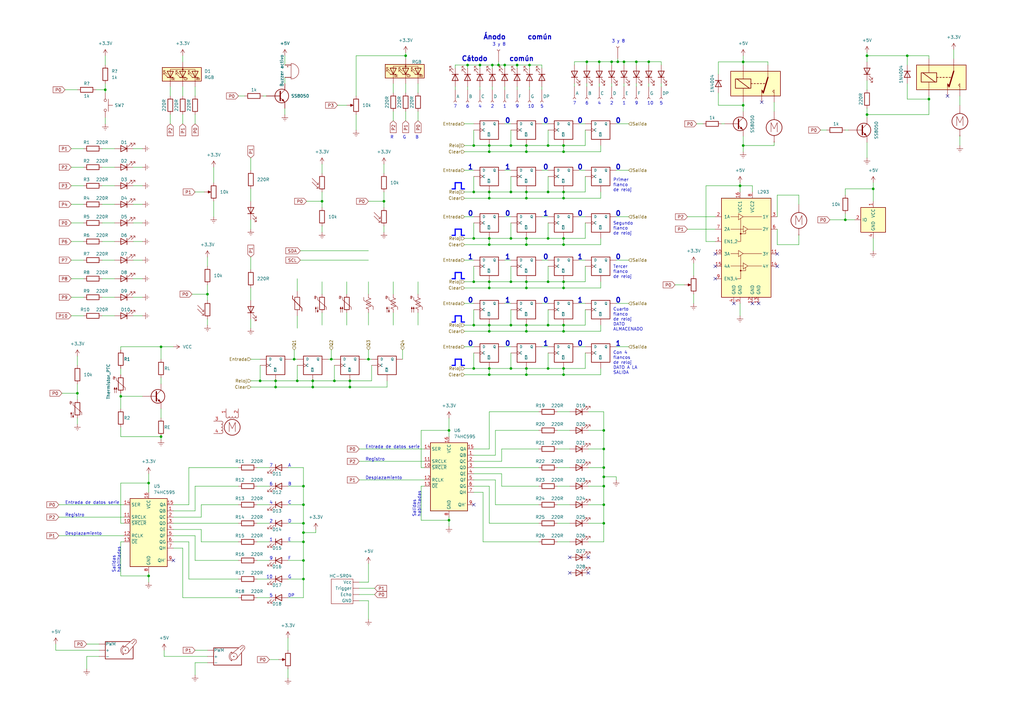
<source format=kicad_sch>
(kicad_sch (version 20211123) (generator eeschema)
  (paper "A3")
  (junction (at 355.6 46.99))
  (junction (at 166.37 22.86))
  (junction (at 215.9 59.69))
  (junction (at 209.55 78.74))
  (junction (at 303.53 76.2))
  (junction (at 207.01 26.67))
  (junction (at 151.13 147.32))
  (junction (at 358.14 77.47))
  (junction (at 247.65 191.77))
  (junction (at 60.96 236.22))
  (junction (at 200.66 118.11))
  (junction (at 231.14 100.33))
  (junction (at 209.55 59.69))
  (junction (at 372.11 22.86))
  (junction (at 143.51 156.21))
  (junction (at 106.68 156.21))
  (junction (at 304.8 25.4))
  (junction (at 224.79 59.69))
  (junction (at 194.31 59.69))
  (junction (at 250.8504 25.3492))
  (junction (at 304.8 59.69))
  (junction (at 200.66 151.13))
  (junction (at 209.55 151.13))
  (junction (at 231.14 115.57))
  (junction (at 124.46 199.39))
  (junction (at 124.46 214.63))
  (junction (at 224.79 133.35))
  (junction (at 66.04 142.24))
  (junction (at 215.9 100.33))
  (junction (at 209.55 133.35))
  (junction (at 245.7704 25.3492))
  (junction (at 215.9 115.57))
  (junction (at 200.66 97.79))
  (junction (at 224.79 97.79))
  (junction (at 124.46 222.25))
  (junction (at 215.9 151.13))
  (junction (at 194.31 133.35))
  (junction (at 224.79 115.57))
  (junction (at 231.14 153.67))
  (junction (at 224.79 78.74))
  (junction (at 43.18 36.83))
  (junction (at 200.66 62.23))
  (junction (at 240.6904 25.3492))
  (junction (at 128.27 156.21))
  (junction (at 247.65 195.58))
  (junction (at 247.65 214.63))
  (junction (at 194.31 151.13))
  (junction (at 355.6 22.86))
  (junction (at 200.66 115.57))
  (junction (at 132.08 82.55))
  (junction (at 196.85 26.67))
  (junction (at 215.9 78.74))
  (junction (at 120.65 147.32))
  (junction (at 124.46 207.01))
  (junction (at 209.55 115.57))
  (junction (at 184.15 213.36))
  (junction (at 66.04 179.07))
  (junction (at 215.9 133.35))
  (junction (at 49.53 162.56))
  (junction (at 157.48 82.55))
  (junction (at 137.16 156.21))
  (junction (at 121.92 156.21))
  (junction (at 200.66 133.35))
  (junction (at 255.9304 25.3492))
  (junction (at 215.9 97.79))
  (junction (at 204.47 26.67))
  (junction (at 261.0104 25.3492))
  (junction (at 231.14 59.69))
  (junction (at 113.03 156.21))
  (junction (at 200.66 135.89))
  (junction (at 113.03 158.75))
  (junction (at 184.15 176.53))
  (junction (at 247.65 176.53))
  (junction (at 200.66 59.69))
  (junction (at 209.55 97.79))
  (junction (at 346.71 90.17))
  (junction (at 124.46 229.87))
  (junction (at 247.65 207.01))
  (junction (at 200.66 100.33))
  (junction (at 231.14 62.23))
  (junction (at 194.31 115.57))
  (junction (at 215.9 153.67))
  (junction (at 231.14 97.79))
  (junction (at 217.17 26.67))
  (junction (at 200.66 78.74))
  (junction (at 231.14 135.89))
  (junction (at 60.96 198.12))
  (junction (at 135.89 147.32))
  (junction (at 253.3904 25.3492))
  (junction (at 191.77 26.67))
  (junction (at 200.66 153.67))
  (junction (at 231.14 133.35))
  (junction (at 215.9 135.89))
  (junction (at 200.66 81.28))
  (junction (at 224.79 151.13))
  (junction (at 194.31 97.79))
  (junction (at 31.75 161.29))
  (junction (at 247.65 199.39))
  (junction (at 231.14 151.13))
  (junction (at 124.46 218.44))
  (junction (at 194.31 78.74))
  (junction (at 124.46 237.49))
  (junction (at 128.27 158.75))
  (junction (at 231.14 118.11))
  (junction (at 247.65 184.15))
  (junction (at 381 40.64))
  (junction (at 215.9 62.23))
  (junction (at 201.93 26.67))
  (junction (at 266.0904 25.3492))
  (junction (at 85.09 120.65))
  (junction (at 304.8 43.18))
  (junction (at 215.9 118.11))
  (junction (at 212.09 26.67))
  (junction (at 231.14 78.74))
  (junction (at 215.9 81.28))
  (junction (at 143.51 158.75))
  (junction (at 231.14 81.28))
  (no_connect (at 293.37 109.22))
  (no_connect (at 388.62 39.37))
  (no_connect (at 241.3 228.6))
  (no_connect (at 293.37 104.14))
  (no_connect (at 233.68 234.95))
  (no_connect (at 300.99 124.46))
  (no_connect (at 311.15 124.46))
  (no_connect (at 293.37 114.3))
  (no_connect (at 318.77 109.22))
  (no_connect (at 241.3 234.95))
  (no_connect (at 71.12 229.87))
  (no_connect (at 312.42 41.91))
  (no_connect (at 233.68 228.6))
  (no_connect (at 318.77 104.14))
  (no_connect (at 194.31 207.01))
  (no_connect (at 308.61 124.46))
  (wire (pts (xy 146.05 22.86) (xy 146.05 39.37)))
  (wire (pts (xy 224.79 91.44) (xy 224.79 97.79)))
  (wire (pts (xy 147.32 243.84) (xy 153.67 243.84)))
  (wire (pts (xy 252.73 69.85) (xy 257.81 69.85)))
  (wire (pts (xy 97.79 222.25) (xy 82.55 222.25)))
  (wire (pts (xy 231.14 133.35) (xy 240.03 133.35)))
  (wire (pts (xy 132.08 78.74) (xy 132.08 82.55)))
  (wire (pts (xy 132.08 128.27) (xy 132.08 133.35)))
  (wire (pts (xy 190.5 135.89) (xy 200.66 135.89)))
  (wire (pts (xy 222.25 35.56) (xy 222.25 36.83)))
  (wire (pts (xy 129.54 218.44) (xy 129.54 217.17)))
  (wire (pts (xy 29.21 121.92) (xy 34.29 121.92)))
  (wire (pts (xy 247.65 195.58) (xy 247.65 199.39)))
  (wire (pts (xy 69.85 46.99) (xy 69.85 50.8)))
  (wire (pts (xy 200.66 62.23) (xy 215.9 62.23)))
  (wire (pts (xy 200.66 115.57) (xy 200.66 118.11)))
  (wire (pts (xy 203.2 176.53) (xy 203.2 186.69)))
  (wire (pts (xy 194.31 127) (xy 194.31 133.35)))
  (wire (pts (xy 184.15 213.36) (xy 184.15 215.9)))
  (wire (pts (xy 224.79 151.13) (xy 231.14 151.13)))
  (wire (pts (xy 118.11 261.62) (xy 118.11 266.7)))
  (wire (pts (xy 200.66 115.57) (xy 209.55 115.57)))
  (wire (pts (xy 97.79 245.11) (xy 74.93 245.11)))
  (wire (pts (xy 231.14 81.28) (xy 231.14 78.74)))
  (wire (pts (xy 132.08 82.55) (xy 132.08 85.09)))
  (wire (pts (xy 209.55 115.57) (xy 215.9 115.57)))
  (wire (pts (xy 200.66 59.69) (xy 209.55 59.69)))
  (wire (pts (xy 304.8 25.4) (xy 314.96 25.4)))
  (wire (pts (xy 294.64 38.1) (xy 294.64 43.18)))
  (polyline (pts (xy 185.42 114.3) (xy 186.69 114.3)) (stroke (width 0.5) (type solid) (color 0 0 255 1)))
  (wire (pts (xy 124.46 214.63) (xy 124.46 218.44)))
  (wire (pts (xy 190.5 62.23) (xy 200.66 62.23)))
  (wire (pts (xy 231.14 81.28) (xy 246.38 81.28)))
  (wire (pts (xy 152.4 149.86) (xy 152.4 156.21)))
  (wire (pts (xy 281.94 88.9) (xy 293.37 88.9)))
  (wire (pts (xy 241.3 176.53) (xy 247.65 176.53)))
  (wire (pts (xy 276.86 116.84) (xy 280.67 116.84)))
  (wire (pts (xy 215.9 153.67) (xy 215.9 151.13)))
  (wire (pts (xy 116.84 22.86) (xy 116.84 26.67)))
  (wire (pts (xy 29.21 99.06) (xy 34.29 99.06)))
  (wire (pts (xy 80.01 78.74) (xy 83.82 78.74)))
  (wire (pts (xy 240.03 127) (xy 240.03 133.35)))
  (wire (pts (xy 118.11 274.32) (xy 118.11 278.13)))
  (wire (pts (xy 340.36 90.17) (xy 346.71 90.17)))
  (polyline (pts (xy 189.23 74.93) (xy 189.23 77.47)) (stroke (width 0.5) (type solid) (color 0 0 255 1)))
  (wire (pts (xy 222.25 50.8) (xy 224.79 50.8)))
  (wire (pts (xy 49.53 162.56) (xy 49.53 167.64)))
  (wire (pts (xy 346.71 53.34) (xy 347.98 53.34)))
  (wire (pts (xy 166.37 22.86) (xy 146.05 22.86)))
  (wire (pts (xy 241.3 207.01) (xy 247.65 207.01)))
  (wire (pts (xy 252.73 124.46) (xy 257.81 124.46)))
  (wire (pts (xy 250.8504 34.2392) (xy 250.8504 35.5092)))
  (wire (pts (xy 113.03 158.75) (xy 128.27 158.75)))
  (wire (pts (xy 224.79 133.35) (xy 231.14 133.35)))
  (wire (pts (xy 228.6 184.15) (xy 233.68 184.15)))
  (wire (pts (xy 246.38 81.28) (xy 246.38 78.74)))
  (wire (pts (xy 212.09 26.67) (xy 217.17 26.67)))
  (wire (pts (xy 355.6 22.86) (xy 355.6 25.4)))
  (wire (pts (xy 151.13 231.14) (xy 151.13 238.76)))
  (wire (pts (xy 110.49 270.51) (xy 114.3 270.51)))
  (wire (pts (xy 231.14 151.13) (xy 240.03 151.13)))
  (wire (pts (xy 294.64 25.4) (xy 304.8 25.4)))
  (wire (pts (xy 381 39.37) (xy 381 40.64)))
  (wire (pts (xy 191.77 26.67) (xy 191.77 27.94)))
  (wire (pts (xy 124.46 229.87) (xy 124.46 237.49)))
  (wire (pts (xy 198.12 201.93) (xy 194.31 201.93)))
  (wire (pts (xy 372.11 34.29) (xy 372.11 40.64)))
  (wire (pts (xy 49.53 198.12) (xy 49.53 214.63)))
  (wire (pts (xy 237.49 124.46) (xy 240.03 124.46)))
  (polyline (pts (xy 186.69 96.52) (xy 186.69 93.98)) (stroke (width 0.5) (type solid) (color 0 0 255 1)))
  (wire (pts (xy 200.66 151.13) (xy 209.55 151.13)))
  (wire (pts (xy 186.69 35.56) (xy 186.69 36.83)))
  (wire (pts (xy 106.68 156.21) (xy 113.03 156.21)))
  (wire (pts (xy 105.41 207.01) (xy 110.49 207.01)))
  (polyline (pts (xy 189.23 149.86) (xy 190.5 149.86)) (stroke (width 0.5) (type solid) (color 0 0 255 1)))
  (wire (pts (xy 318.77 100.33) (xy 327.66 100.33)))
  (wire (pts (xy 161.29 128.27) (xy 161.29 133.35)))
  (wire (pts (xy 200.66 151.13) (xy 200.66 153.67)))
  (wire (pts (xy 124.46 207.01) (xy 124.46 214.63)))
  (wire (pts (xy 31.75 171.45) (xy 31.75 173.99)))
  (wire (pts (xy 151.13 238.76) (xy 147.32 238.76)))
  (wire (pts (xy 191.77 26.67) (xy 196.85 26.67)))
  (wire (pts (xy 255.9304 25.3492) (xy 255.9304 26.6192)))
  (wire (pts (xy 215.9 97.79) (xy 224.79 97.79)))
  (wire (pts (xy 60.96 194.31) (xy 60.96 198.12)))
  (wire (pts (xy 240.03 91.44) (xy 240.03 97.79)))
  (wire (pts (xy 200.66 59.69) (xy 200.66 62.23)))
  (wire (pts (xy 215.9 118.11) (xy 231.14 118.11)))
  (wire (pts (xy 124.46 237.49) (xy 124.46 245.11)))
  (polyline (pts (xy 186.69 93.98) (xy 189.23 93.98)) (stroke (width 0.5) (type solid) (color 0 0 255 1)))
  (wire (pts (xy 147.32 246.38) (xy 151.13 246.38)))
  (wire (pts (xy 172.72 213.36) (xy 184.15 213.36)))
  (wire (pts (xy 171.45 115.57) (xy 171.45 120.65)))
  (wire (pts (xy 49.53 236.22) (xy 60.96 236.22)))
  (wire (pts (xy 215.9 100.33) (xy 215.9 97.79)))
  (wire (pts (xy 43.18 36.83) (xy 43.18 38.1)))
  (wire (pts (xy 231.14 78.74) (xy 240.03 78.74)))
  (wire (pts (xy 66.04 142.24) (xy 66.04 147.32)))
  (wire (pts (xy 102.87 90.17) (xy 102.87 93.98)))
  (wire (pts (xy 97.79 237.49) (xy 77.47 237.49)))
  (wire (pts (xy 190.5 88.9) (xy 194.31 88.9)))
  (wire (pts (xy 246.38 100.33) (xy 246.38 97.79)))
  (wire (pts (xy 241.3 199.39) (xy 247.65 199.39)))
  (wire (pts (xy 71.12 214.63) (xy 97.79 214.63)))
  (wire (pts (xy 215.9 153.67) (xy 231.14 153.67)))
  (wire (pts (xy 304.8 22.86) (xy 304.8 25.4)))
  (wire (pts (xy 209.55 133.35) (xy 215.9 133.35)))
  (wire (pts (xy 241.3 184.15) (xy 247.65 184.15)))
  (wire (pts (xy 241.3 191.77) (xy 247.65 191.77)))
  (wire (pts (xy 132.08 92.71) (xy 132.08 95.25)))
  (wire (pts (xy 97.79 39.37) (xy 100.33 39.37)))
  (wire (pts (xy 215.9 135.89) (xy 215.9 133.35)))
  (wire (pts (xy 294.64 43.18) (xy 304.8 43.18)))
  (wire (pts (xy 190.5 100.33) (xy 200.66 100.33)))
  (wire (pts (xy 107.95 39.37) (xy 109.22 39.37)))
  (wire (pts (xy 224.79 78.74) (xy 231.14 78.74)))
  (wire (pts (xy 224.79 97.79) (xy 231.14 97.79)))
  (wire (pts (xy 105.41 237.49) (xy 110.49 237.49)))
  (wire (pts (xy 355.6 46.99) (xy 381 46.99)))
  (wire (pts (xy 80.01 46.99) (xy 80.01 50.8)))
  (wire (pts (xy 85.09 120.65) (xy 85.09 123.19)))
  (wire (pts (xy 304.8 59.69) (xy 304.8 62.23)))
  (wire (pts (xy 284.48 107.95) (xy 284.48 113.03)))
  (wire (pts (xy 31.75 161.29) (xy 31.75 163.83)))
  (wire (pts (xy 196.85 35.56) (xy 196.85 36.83)))
  (wire (pts (xy 82.55 212.09) (xy 71.12 212.09)))
  (wire (pts (xy 220.98 199.39) (xy 205.74 199.39)))
  (wire (pts (xy 29.21 91.44) (xy 34.29 91.44)))
  (wire (pts (xy 205.74 189.23) (xy 194.31 189.23)))
  (wire (pts (xy 24.13 212.09) (xy 50.8 212.09)))
  (wire (pts (xy 237.49 69.85) (xy 240.03 69.85)))
  (wire (pts (xy 393.7 55.88) (xy 393.7 59.69)))
  (wire (pts (xy 69.85 35.56) (xy 69.85 39.37)))
  (wire (pts (xy 247.65 195.58) (xy 252.73 195.58)))
  (wire (pts (xy 106.68 149.86) (xy 106.68 156.21)))
  (polyline (pts (xy 186.69 147.32) (xy 189.23 147.32)) (stroke (width 0.5) (type solid) (color 0 0 255 1)))
  (wire (pts (xy 171.45 34.29) (xy 171.45 38.1)))
  (wire (pts (xy 194.31 78.74) (xy 200.66 78.74)))
  (wire (pts (xy 372.11 40.64) (xy 381 40.64)))
  (wire (pts (xy 247.65 199.39) (xy 247.65 207.01)))
  (wire (pts (xy 54.61 91.44) (xy 58.42 91.44)))
  (wire (pts (xy 215.9 100.33) (xy 231.14 100.33)))
  (wire (pts (xy 220.98 207.01) (xy 203.2 207.01)))
  (wire (pts (xy 54.61 129.54) (xy 58.42 129.54)))
  (wire (pts (xy 266.0904 25.3492) (xy 271.1704 25.3492)))
  (wire (pts (xy 80.01 35.56) (xy 80.01 39.37)))
  (wire (pts (xy 207.01 88.9) (xy 209.55 88.9)))
  (wire (pts (xy 25.4 161.29) (xy 31.75 161.29)))
  (wire (pts (xy 247.65 176.53) (xy 247.65 184.15)))
  (wire (pts (xy 142.24 128.27) (xy 142.24 133.35)))
  (wire (pts (xy 82.55 217.17) (xy 71.12 217.17)))
  (wire (pts (xy 60.96 198.12) (xy 60.96 201.93)))
  (wire (pts (xy 303.53 76.2) (xy 303.53 78.74)))
  (wire (pts (xy 186.69 26.67) (xy 191.77 26.67)))
  (wire (pts (xy 54.61 99.06) (xy 58.42 99.06)))
  (wire (pts (xy 222.25 69.85) (xy 224.79 69.85)))
  (wire (pts (xy 204.47 25.4) (xy 204.47 26.67)))
  (wire (pts (xy 209.55 53.34) (xy 209.55 59.69)))
  (wire (pts (xy 124.46 199.39) (xy 124.46 207.01)))
  (wire (pts (xy 355.6 21.59) (xy 355.6 22.86)))
  (wire (pts (xy 147.32 241.3) (xy 153.67 241.3)))
  (wire (pts (xy 308.61 78.74) (xy 308.61 76.2)))
  (wire (pts (xy 228.6 191.77) (xy 233.68 191.77)))
  (wire (pts (xy 105.41 229.87) (xy 110.49 229.87)))
  (wire (pts (xy 50.8 214.63) (xy 49.53 214.63)))
  (wire (pts (xy 228.6 199.39) (xy 233.68 199.39)))
  (wire (pts (xy 118.11 237.49) (xy 124.46 237.49)))
  (wire (pts (xy 186.69 27.94) (xy 186.69 26.67)))
  (wire (pts (xy 132.08 115.57) (xy 132.08 120.65)))
  (wire (pts (xy 41.91 129.54) (xy 46.99 129.54)))
  (wire (pts (xy 250.8504 25.3492) (xy 253.3904 25.3492)))
  (wire (pts (xy 85.09 116.84) (xy 85.09 120.65)))
  (wire (pts (xy 209.55 59.69) (xy 215.9 59.69)))
  (wire (pts (xy 71.12 207.01) (xy 77.47 207.01)))
  (wire (pts (xy 54.61 60.96) (xy 58.42 60.96)))
  (wire (pts (xy 228.6 168.91) (xy 233.68 168.91)))
  (wire (pts (xy 231.14 135.89) (xy 246.38 135.89)))
  (wire (pts (xy 209.55 91.44) (xy 209.55 97.79)))
  (wire (pts (xy 235.6104 26.6192) (xy 235.6104 25.3492)))
  (polyline (pts (xy 189.23 77.47) (xy 190.5 77.47)) (stroke (width 0.5) (type solid) (color 0 0 255 1)))
  (wire (pts (xy 215.9 115.57) (xy 224.79 115.57)))
  (wire (pts (xy 245.7704 34.2392) (xy 245.7704 35.5092)))
  (wire (pts (xy 271.1704 34.2392) (xy 271.1704 35.5092)))
  (wire (pts (xy 261.0104 25.3492) (xy 261.0104 26.6192)))
  (wire (pts (xy 35.56 269.24) (xy 35.56 274.32)))
  (wire (pts (xy 66.04 154.94) (xy 66.04 157.48)))
  (wire (pts (xy 124.46 218.44) (xy 124.46 222.25)))
  (wire (pts (xy 393.7 43.18) (xy 393.7 39.37)))
  (polyline (pts (xy 186.69 111.76) (xy 189.23 111.76)) (stroke (width 0.5) (type solid) (color 0 0 255 1)))
  (wire (pts (xy 304.8 59.69) (xy 317.5 59.69)))
  (polyline (pts (xy 185.42 132.08) (xy 186.69 132.08)) (stroke (width 0.5) (type solid) (color 0 0 255 1)))
  (wire (pts (xy 358.14 77.47) (xy 358.14 82.55)))
  (polyline (pts (xy 189.23 147.32) (xy 189.23 149.86)) (stroke (width 0.5) (type solid) (color 0 0 255 1)))
  (wire (pts (xy 49.53 151.13) (xy 49.53 153.67)))
  (wire (pts (xy 105.41 245.11) (xy 110.49 245.11)))
  (wire (pts (xy 294.64 30.48) (xy 294.64 25.4)))
  (wire (pts (xy 231.14 118.11) (xy 246.38 118.11)))
  (wire (pts (xy 252.73 106.68) (xy 257.81 106.68)))
  (wire (pts (xy 113.03 156.21) (xy 121.92 156.21)))
  (wire (pts (xy 121.92 156.21) (xy 128.27 156.21)))
  (wire (pts (xy 151.13 246.38) (xy 151.13 254)))
  (wire (pts (xy 41.91 106.68) (xy 46.99 106.68)))
  (wire (pts (xy 207.01 26.67) (xy 207.01 27.94)))
  (wire (pts (xy 241.3 222.25) (xy 247.65 222.25)))
  (wire (pts (xy 224.79 59.69) (xy 231.14 59.69)))
  (wire (pts (xy 194.31 115.57) (xy 200.66 115.57)))
  (wire (pts (xy 196.85 26.67) (xy 196.85 27.94)))
  (wire (pts (xy 97.79 207.01) (xy 82.55 207.01)))
  (wire (pts (xy 29.21 106.68) (xy 34.29 106.68)))
  (wire (pts (xy 215.9 81.28) (xy 215.9 78.74)))
  (wire (pts (xy 74.93 245.11) (xy 74.93 224.79)))
  (wire (pts (xy 215.9 62.23) (xy 215.9 59.69)))
  (wire (pts (xy 80.01 271.78) (xy 80.01 276.86)))
  (wire (pts (xy 318.77 88.9) (xy 318.77 80.01)))
  (wire (pts (xy 41.91 60.96) (xy 46.99 60.96)))
  (wire (pts (xy 118.11 214.63) (xy 124.46 214.63)))
  (wire (pts (xy 82.55 207.01) (xy 82.55 212.09)))
  (wire (pts (xy 346.71 77.47) (xy 358.14 77.47)))
  (wire (pts (xy 24.13 219.71) (xy 50.8 219.71)))
  (wire (pts (xy 43.18 48.26) (xy 43.18 50.8)))
  (wire (pts (xy 201.93 26.67) (xy 204.47 26.67)))
  (wire (pts (xy 240.6904 34.2392) (xy 240.6904 35.5092)))
  (wire (pts (xy 261.0104 25.3492) (xy 266.0904 25.3492)))
  (wire (pts (xy 190.5 69.85) (xy 194.31 69.85)))
  (polyline (pts (xy 186.69 132.08) (xy 186.69 129.54)) (stroke (width 0.5) (type solid) (color 0 0 255 1)))
  (wire (pts (xy 123.19 102.87) (xy 151.13 102.87)))
  (wire (pts (xy 135.89 147.32) (xy 137.16 147.32)))
  (wire (pts (xy 314.96 25.4) (xy 314.96 26.67)))
  (wire (pts (xy 149.86 147.32) (xy 151.13 147.32)))
  (wire (pts (xy 240.03 144.78) (xy 240.03 151.13)))
  (wire (pts (xy 147.32 196.85) (xy 173.99 196.85)))
  (wire (pts (xy 252.73 88.9) (xy 257.81 88.9)))
  (wire (pts (xy 97.79 229.87) (xy 80.01 229.87)))
  (wire (pts (xy 66.04 179.07) (xy 49.53 179.07)))
  (wire (pts (xy 327.66 96.52) (xy 327.66 100.33)))
  (wire (pts (xy 209.55 109.22) (xy 209.55 115.57)))
  (polyline (pts (xy 189.23 93.98) (xy 189.23 96.52)) (stroke (width 0.5) (type solid) (color 0 0 255 1)))
  (wire (pts (xy 205.74 184.15) (xy 205.74 189.23)))
  (wire (pts (xy 184.15 176.53) (xy 184.15 179.07)))
  (wire (pts (xy 190.5 97.79) (xy 194.31 97.79)))
  (wire (pts (xy 253.3904 24.0792) (xy 253.3904 25.3492)))
  (wire (pts (xy 67.31 266.7) (xy 67.31 269.24)))
  (wire (pts (xy 318.77 93.98) (xy 318.77 100.33)))
  (wire (pts (xy 215.9 151.13) (xy 224.79 151.13)))
  (wire (pts (xy 318.77 80.01) (xy 327.66 80.01)))
  (wire (pts (xy 121.92 149.86) (xy 121.92 156.21)))
  (wire (pts (xy 151.13 147.32) (xy 152.4 147.32)))
  (wire (pts (xy 190.5 118.11) (xy 200.66 118.11)))
  (wire (pts (xy 215.9 118.11) (xy 215.9 115.57)))
  (wire (pts (xy 80.01 266.7) (xy 85.09 266.7)))
  (wire (pts (xy 194.31 109.22) (xy 194.31 115.57)))
  (wire (pts (xy 173.99 199.39) (xy 172.72 199.39)))
  (wire (pts (xy 220.98 222.25) (xy 198.12 222.25)))
  (wire (pts (xy 132.08 67.31) (xy 132.08 71.12)))
  (wire (pts (xy 119.38 147.32) (xy 120.65 147.32)))
  (wire (pts (xy 138.43 43.18) (xy 142.24 43.18)))
  (polyline (pts (xy 186.69 129.54) (xy 189.23 129.54)) (stroke (width 0.5) (type solid) (color 0 0 255 1)))
  (wire (pts (xy 184.15 176.53) (xy 172.72 176.53)))
  (wire (pts (xy 80.01 271.78) (xy 85.09 271.78)))
  (wire (pts (xy 231.14 62.23) (xy 246.38 62.23)))
  (wire (pts (xy 125.73 82.55) (xy 132.08 82.55)))
  (wire (pts (xy 209.55 151.13) (xy 215.9 151.13)))
  (wire (pts (xy 212.09 35.56) (xy 212.09 36.83)))
  (polyline (pts (xy 185.42 96.52) (xy 186.69 96.52)) (stroke (width 0.5) (type solid) (color 0 0 255 1)))
  (wire (pts (xy 190.5 78.74) (xy 194.31 78.74)))
  (wire (pts (xy 102.87 77.47) (xy 102.87 82.55)))
  (wire (pts (xy 41.91 99.06) (xy 46.99 99.06)))
  (wire (pts (xy 82.55 222.25) (xy 82.55 217.17)))
  (wire (pts (xy 54.61 106.68) (xy 58.42 106.68)))
  (wire (pts (xy 161.29 115.57) (xy 161.29 120.65)))
  (wire (pts (xy 200.66 168.91) (xy 220.98 168.91)))
  (wire (pts (xy 317.5 58.42) (xy 317.5 59.69)))
  (wire (pts (xy 204.47 26.67) (xy 207.01 26.67)))
  (wire (pts (xy 80.01 209.55) (xy 71.12 209.55)))
  (wire (pts (xy 54.61 114.3) (xy 58.42 114.3)))
  (wire (pts (xy 142.24 115.57) (xy 142.24 120.65)))
  (wire (pts (xy 252.73 195.58) (xy 252.73 196.85)))
  (wire (pts (xy 102.87 147.32) (xy 106.68 147.32)))
  (wire (pts (xy 166.37 21.59) (xy 166.37 22.86)))
  (wire (pts (xy 49.53 179.07) (xy 49.53 175.26)))
  (wire (pts (xy 215.9 59.69) (xy 224.79 59.69)))
  (wire (pts (xy 255.9304 34.2392) (xy 255.9304 35.5092)))
  (wire (pts (xy 80.01 229.87) (xy 80.01 219.71)))
  (wire (pts (xy 261.0104 34.2392) (xy 261.0104 35.5092)))
  (wire (pts (xy 217.17 26.67) (xy 222.25 26.67)))
  (wire (pts (xy 118.11 207.01) (xy 124.46 207.01)))
  (wire (pts (xy 128.27 158.75) (xy 143.51 158.75)))
  (wire (pts (xy 222.25 142.24) (xy 224.79 142.24)))
  (wire (pts (xy 191.77 35.56) (xy 191.77 36.83)))
  (wire (pts (xy 41.91 83.82) (xy 46.99 83.82)))
  (wire (pts (xy 212.09 26.67) (xy 212.09 27.94)))
  (wire (pts (xy 246.38 118.11) (xy 246.38 115.57)))
  (wire (pts (xy 200.66 199.39) (xy 194.31 199.39)))
  (wire (pts (xy 49.53 142.24) (xy 66.04 142.24)))
  (wire (pts (xy 215.9 81.28) (xy 231.14 81.28)))
  (wire (pts (xy 255.9304 25.3492) (xy 261.0104 25.3492)))
  (wire (pts (xy 250.8504 25.3492) (xy 250.8504 26.6192)))
  (wire (pts (xy 166.37 34.29) (xy 166.37 38.1)))
  (wire (pts (xy 271.1704 25.3492) (xy 271.1704 26.6192)))
  (wire (pts (xy 207.01 106.68) (xy 209.55 106.68)))
  (wire (pts (xy 194.31 144.78) (xy 194.31 151.13)))
  (wire (pts (xy 97.79 199.39) (xy 80.01 199.39)))
  (wire (pts (xy 293.37 99.06) (xy 289.56 99.06)))
  (wire (pts (xy 327.66 83.82) (xy 327.66 80.01)))
  (wire (pts (xy 231.14 97.79) (xy 240.03 97.79)))
  (wire (pts (xy 217.17 26.67) (xy 217.17 27.94)))
  (wire (pts (xy 194.31 91.44) (xy 194.31 97.79)))
  (wire (pts (xy 87.63 82.55) (xy 87.63 88.9)))
  (wire (pts (xy 29.21 83.82) (xy 34.29 83.82)))
  (wire (pts (xy 231.14 153.67) (xy 231.14 151.13)))
  (wire (pts (xy 303.53 124.46) (xy 303.53 129.54)))
  (polyline (pts (xy 186.69 114.3) (xy 186.69 111.76)) (stroke (width 0.5) (type solid) (color 0 0 255 1)))
  (wire (pts (xy 203.2 186.69) (xy 194.31 186.69)))
  (wire (pts (xy 124.46 191.77) (xy 124.46 199.39)))
  (wire (pts (xy 215.9 62.23) (xy 231.14 62.23)))
  (wire (pts (xy 74.93 224.79) (xy 71.12 224.79)))
  (wire (pts (xy 246.38 62.23) (xy 246.38 59.69)))
  (wire (pts (xy 128.27 158.75) (xy 128.27 156.21)))
  (wire (pts (xy 31.75 157.48) (xy 31.75 161.29)))
  (wire (pts (xy 207.01 26.67) (xy 212.09 26.67)))
  (wire (pts (xy 205.74 199.39) (xy 205.74 194.31)))
  (wire (pts (xy 222.25 26.67) (xy 222.25 27.94)))
  (wire (pts (xy 85.09 105.41) (xy 85.09 109.22)))
  (wire (pts (xy 137.16 156.21) (xy 143.51 156.21)))
  (wire (pts (xy 355.6 46.99) (xy 355.6 48.26)))
  (wire (pts (xy 29.21 68.58) (xy 34.29 68.58)))
  (wire (pts (xy 224.79 109.22) (xy 224.79 115.57)))
  (wire (pts (xy 74.93 46.99) (xy 74.93 50.8)))
  (wire (pts (xy 304.8 43.18) (xy 304.8 45.72)))
  (wire (pts (xy 200.66 118.11) (xy 215.9 118.11)))
  (wire (pts (xy 121.92 129.54) (xy 121.92 134.62)))
  (wire (pts (xy 240.03 109.22) (xy 240.03 115.57)))
  (wire (pts (xy 200.66 97.79) (xy 209.55 97.79)))
  (wire (pts (xy 24.13 207.01) (xy 50.8 207.01)))
  (polyline (pts (xy 189.23 114.3) (xy 190.5 114.3)) (stroke (width 0.5) (type solid) (color 0 0 255 1)))
  (wire (pts (xy 165.1 143.51) (xy 165.1 147.32)))
  (wire (pts (xy 391.16 20.32) (xy 391.16 24.13)))
  (wire (pts (xy 240.03 53.34) (xy 240.03 59.69)))
  (wire (pts (xy 207.01 35.56) (xy 207.01 36.83)))
  (wire (pts (xy 235.6104 34.2392) (xy 235.6104 35.5092)))
  (wire (pts (xy 151.13 82.55) (xy 157.48 82.55)))
  (wire (pts (xy 200.66 214.63) (xy 200.66 199.39)))
  (wire (pts (xy 224.79 53.34) (xy 224.79 59.69)))
  (wire (pts (xy 118.11 229.87) (xy 124.46 229.87)))
  (wire (pts (xy 172.72 176.53) (xy 172.72 191.77)))
  (wire (pts (xy 285.75 50.8) (xy 288.29 50.8)))
  (wire (pts (xy 194.31 184.15) (xy 200.66 184.15)))
  (wire (pts (xy 29.21 129.54) (xy 34.29 129.54)))
  (wire (pts (xy 228.6 207.01) (xy 233.68 207.01)))
  (wire (pts (xy 157.48 67.31) (xy 157.48 71.12)))
  (wire (pts (xy 190.5 124.46) (xy 194.31 124.46)))
  (wire (pts (xy 200.66 78.74) (xy 200.66 81.28)))
  (wire (pts (xy 200.66 97.79) (xy 200.66 100.33)))
  (wire (pts (xy 209.55 144.78) (xy 209.55 151.13)))
  (wire (pts (xy 123.19 106.68) (xy 151.13 106.68)))
  (wire (pts (xy 207.01 142.24) (xy 209.55 142.24)))
  (wire (pts (xy 43.18 34.29) (xy 43.18 36.83)))
  (wire (pts (xy 54.61 121.92) (xy 58.42 121.92)))
  (wire (pts (xy 161.29 45.72) (xy 161.29 49.53)))
  (wire (pts (xy 308.61 76.2) (xy 303.53 76.2)))
  (wire (pts (xy 105.41 199.39) (xy 110.49 199.39)))
  (wire (pts (xy 215.9 135.89) (xy 231.14 135.89)))
  (wire (pts (xy 77.47 222.25) (xy 71.12 222.25)))
  (polyline (pts (xy 186.69 77.47) (xy 186.69 74.93)) (stroke (width 0.5) (type solid) (color 0 0 255 1)))
  (wire (pts (xy 231.14 100.33) (xy 246.38 100.33)))
  (wire (pts (xy 66.04 167.64) (xy 66.04 171.45)))
  (wire (pts (xy 207.01 50.8) (xy 209.55 50.8)))
  (wire (pts (xy 190.5 142.24) (xy 194.31 142.24)))
  (wire (pts (xy 217.17 35.56) (xy 217.17 36.83)))
  (wire (pts (xy 147.32 184.15) (xy 173.99 184.15)))
  (wire (pts (xy 54.61 68.58) (xy 58.42 68.58)))
  (wire (pts (xy 246.38 153.67) (xy 246.38 151.13)))
  (wire (pts (xy 317.5 45.72) (xy 317.5 41.91)))
  (wire (pts (xy 194.31 59.69) (xy 200.66 59.69)))
  (wire (pts (xy 222.25 88.9) (xy 224.79 88.9)))
  (wire (pts (xy 295.91 50.8) (xy 297.18 50.8)))
  (wire (pts (xy 41.91 76.2) (xy 46.99 76.2)))
  (wire (pts (xy 247.65 168.91) (xy 247.65 176.53)))
  (wire (pts (xy 200.66 133.35) (xy 209.55 133.35)))
  (wire (pts (xy 147.32 189.23) (xy 173.99 189.23)))
  (polyline (pts (xy 185.42 149.86) (xy 186.69 149.86)) (stroke (width 0.5) (type solid) (color 0 0 255 1)))
  (wire (pts (xy 80.01 219.71) (xy 71.12 219.71)))
  (wire (pts (xy 31.75 146.05) (xy 31.75 149.86)))
  (wire (pts (xy 201.93 26.67) (xy 201.93 27.94)))
  (wire (pts (xy 246.38 135.89) (xy 246.38 133.35)))
  (wire (pts (xy 190.5 81.28) (xy 200.66 81.28)))
  (wire (pts (xy 381 46.99) (xy 381 40.64)))
  (wire (pts (xy 124.46 218.44) (xy 129.54 218.44)))
  (polyline (pts (xy 189.23 132.08) (xy 190.5 132.08)) (stroke (width 0.5) (type solid) (color 0 0 255 1)))
  (wire (pts (xy 207.01 69.85) (xy 209.55 69.85)))
  (wire (pts (xy 222.25 124.46) (xy 224.79 124.46)))
  (wire (pts (xy 237.49 50.8) (xy 240.03 50.8)))
  (wire (pts (xy 105.41 214.63) (xy 110.49 214.63)))
  (wire (pts (xy 240.6904 25.3492) (xy 240.6904 26.6192)))
  (polyline (pts (xy 189.23 96.52) (xy 190.5 96.52)) (stroke (width 0.5) (type solid) (color 0 0 255 1)))
  (wire (pts (xy 166.37 45.72) (xy 166.37 49.53)))
  (wire (pts (xy 118.11 199.39) (xy 124.46 199.39)))
  (wire (pts (xy 346.71 80.01) (xy 346.71 77.47)))
  (wire (pts (xy 85.09 269.24) (xy 67.31 269.24)))
  (wire (pts (xy 224.79 144.78) (xy 224.79 151.13)))
  (polyline (pts (xy 186.69 149.86) (xy 186.69 147.32)) (stroke (width 0.5) (type solid) (color 0 0 255 1)))
  (wire (pts (xy 143.51 158.75) (xy 158.75 158.75)))
  (wire (pts (xy 215.9 133.35) (xy 224.79 133.35)))
  (wire (pts (xy 304.8 55.88) (xy 304.8 59.69)))
  (wire (pts (xy 39.37 36.83) (xy 43.18 36.83)))
  (wire (pts (xy 247.65 214.63) (xy 247.65 222.25)))
  (wire (pts (xy 194.31 72.39) (xy 194.31 78.74)))
  (wire (pts (xy 231.14 59.69) (xy 240.03 59.69)))
  (wire (pts (xy 241.3 168.91) (xy 247.65 168.91)))
  (polyline (pts (xy 186.69 74.93) (xy 189.23 74.93)) (stroke (width 0.5) (type solid) (color 0 0 255 1)))
  (wire (pts (xy 102.87 158.75) (xy 113.03 158.75)))
  (wire (pts (xy 237.49 88.9) (xy 240.03 88.9)))
  (wire (pts (xy 116.84 31.75) (xy 116.84 34.29)))
  (wire (pts (xy 124.46 222.25) (xy 124.46 229.87)))
  (wire (pts (xy 220.98 184.15) (xy 205.74 184.15)))
  (wire (pts (xy 231.14 115.57) (xy 240.03 115.57)))
  (wire (pts (xy 157.48 82.55) (xy 157.48 85.09)))
  (wire (pts (xy 171.45 45.72) (xy 171.45 49.53)))
  (wire (pts (xy 224.79 127) (xy 224.79 133.35)))
  (wire (pts (xy 235.6104 25.3492) (xy 240.6904 25.3492)))
  (wire (pts (xy 355.6 44.45) (xy 355.6 46.99)))
  (wire (pts (xy 209.55 78.74) (xy 215.9 78.74)))
  (wire (pts (xy 77.47 237.49) (xy 77.47 222.25)))
  (wire (pts (xy 205.74 194.31) (xy 194.31 194.31)))
  (wire (pts (xy 194.31 191.77) (xy 220.98 191.77)))
  (wire (pts (xy 284.48 120.65) (xy 284.48 124.46)))
  (wire (pts (xy 200.66 78.74) (xy 209.55 78.74)))
  (wire (pts (xy 102.87 64.77) (xy 102.87 69.85)))
  (wire (pts (xy 66.04 179.07) (xy 66.04 180.34)))
  (wire (pts (xy 87.63 68.58) (xy 87.63 74.93)))
  (wire (pts (xy 209.55 127) (xy 209.55 133.35)))
  (wire (pts (xy 35.56 264.16) (xy 40.64 264.16)))
  (wire (pts (xy 105.41 222.25) (xy 110.49 222.25)))
  (wire (pts (xy 209.55 72.39) (xy 209.55 78.74)))
  (wire (pts (xy 121.92 114.3) (xy 121.92 119.38)))
  (wire (pts (xy 240.6904 25.3492) (xy 245.7704 25.3492)))
  (wire (pts (xy 41.91 68.58) (xy 46.99 68.58)))
  (wire (pts (xy 29.21 114.3) (xy 34.29 114.3)))
  (wire (pts (xy 381 22.86) (xy 381 24.13)))
  (wire (pts (xy 289.56 76.2) (xy 303.53 76.2)))
  (wire (pts (xy 228.6 176.53) (xy 233.68 176.53)))
  (wire (pts (xy 266.0904 34.2392) (xy 266.0904 35.5092)))
  (wire (pts (xy 220.98 176.53) (xy 203.2 176.53)))
  (wire (pts (xy 355.6 58.42) (xy 355.6 64.77)))
  (wire (pts (xy 184.15 212.09) (xy 184.15 213.36)))
  (wire (pts (xy 304.8 25.4) (xy 304.8 26.67)))
  (wire (pts (xy 190.5 59.69) (xy 194.31 59.69)))
  (wire (pts (xy 151.13 143.51) (xy 151.13 147.32)))
  (wire (pts (xy 215.9 78.74) (xy 224.79 78.74)))
  (wire (pts (xy 247.65 207.01) (xy 247.65 214.63)))
  (wire (pts (xy 22.86 264.16) (xy 22.86 266.7)))
  (wire (pts (xy 224.79 72.39) (xy 224.79 78.74)))
  (wire (pts (xy 203.2 207.01) (xy 203.2 196.85)))
  (wire (pts (xy 190.5 153.67) (xy 200.66 153.67)))
  (wire (pts (xy 200.66 100.33) (xy 215.9 100.33)))
  (wire (pts (xy 49.53 222.25) (xy 49.53 236.22)))
  (wire (pts (xy 118.11 222.25) (xy 124.46 222.25)))
  (wire (pts (xy 289.56 99.06) (xy 289.56 76.2)))
  (wire (pts (xy 209.55 97.79) (xy 215.9 97.79)))
  (wire (pts (xy 54.61 76.2) (xy 58.42 76.2)))
  (wire (pts (xy 134.62 147.32) (xy 135.89 147.32)))
  (wire (pts (xy 241.3 214.63) (xy 247.65 214.63)))
  (wire (pts (xy 358.14 74.93) (xy 358.14 77.47)))
  (wire (pts (xy 190.5 151.13) (xy 194.31 151.13)))
  (wire (pts (xy 120.65 143.51) (xy 120.65 147.32)))
  (wire (pts (xy 120.65 147.32) (xy 121.92 147.32)))
  (wire (pts (xy 29.21 60.96) (xy 34.29 60.96)))
  (wire (pts (xy 247.65 191.77) (xy 247.65 195.58)))
  (wire (pts (xy 237.49 142.24) (xy 240.03 142.24)))
  (wire (pts (xy 228.6 214.63) (xy 233.68 214.63)))
  (wire (pts (xy 253.3904 25.3492) (xy 255.9304 25.3492)))
  (wire (pts (xy 245.7704 25.3492) (xy 245.7704 26.6192)))
  (wire (pts (xy 102.87 156.21) (xy 106.68 156.21)))
  (wire (pts (xy 355.6 22.86) (xy 372.11 22.86)))
  (wire (pts (xy 247.65 184.15) (xy 247.65 191.77)))
  (wire (pts (xy 231.14 118.11) (xy 231.14 115.57)))
  (wire (pts (xy 41.91 114.3) (xy 46.99 114.3)))
  (wire (pts (xy 113.03 156.21) (xy 113.03 158.75)))
  (wire (pts (xy 43.18 22.86) (xy 43.18 26.67)))
  (wire (pts (xy 358.14 97.79) (xy 358.14 102.87)))
  (wire (pts (xy 135.89 143.51) (xy 135.89 147.32)))
  (wire (pts (xy 102.87 118.11) (xy 102.87 123.19)))
  (wire (pts (xy 172.72 191.77) (xy 173.99 191.77)))
  (wire (pts (xy 49.53 198.12) (xy 60.96 198.12)))
  (wire (pts (xy 304.8 41.91) (xy 304.8 43.18)))
  (wire (pts (xy 231.14 100.33) (xy 231.14 97.79)))
  (wire (pts (xy 194.31 151.13) (xy 200.66 151.13)))
  (wire (pts (xy 237.49 106.68) (xy 240.03 106.68)))
  (wire (pts (xy 41.91 121.92) (xy 46.99 121.92)))
  (wire (pts (xy 151.13 115.57) (xy 151.13 120.65)))
  (wire (pts (xy 118.11 191.77) (xy 124.46 191.77)))
  (wire (pts (xy 29.21 76.2) (xy 34.29 76.2)))
  (wire (pts (xy 224.79 115.57) (xy 231.14 115.57)))
  (wire (pts (xy 151.13 128.27) (xy 151.13 133.35)))
  (wire (pts (xy 346.71 90.17) (xy 350.52 90.17)))
  (wire (pts (xy 252.73 50.8) (xy 257.81 50.8)))
  (wire (pts (xy 231.14 135.89) (xy 231.14 133.35)))
  (wire (pts (xy 172.72 199.39) (xy 172.72 213.36)))
  (wire (pts (xy 198.12 222.25) (xy 198.12 201.93)))
  (wire (pts (xy 372.11 22.86) (xy 372.11 26.67)))
  (polyline (pts (xy 185.42 77.47) (xy 186.69 77.47)) (stroke (width 0.5) (type solid) (color 0 0 255 1)))
  (wire (pts (xy 26.67 36.83) (xy 31.75 36.83)))
  (polyline (pts (xy 189.23 111.76) (xy 189.23 114.3)) (stroke (width 0.5) (type solid) (color 0 0 255 1)))
  (wire (pts (xy 40.64 266.7) (xy 22.86 266.7)))
  (wire (pts (xy 66.04 142.24) (xy 71.12 142.24)))
  (wire (pts (xy 41.91 91.44) (xy 46.99 91.44)))
  (wire (pts (xy 102.87 105.41) (xy 102.87 110.49)))
  (polyline (pts (xy 189.23 129.54) (xy 189.23 132.08)) (stroke (width 0.5) (type solid) (color 0 0 255 1)))
  (wire (pts (xy 102.87 130.81) (xy 102.87 134.62)))
  (wire (pts (xy 231.14 153.67) (xy 246.38 153.67)))
  (wire (pts (xy 157.48 78.74) (xy 157.48 82.55)))
  (wire (pts (xy 220.98 214.63) (xy 200.66 214.63)))
  (wire (pts (xy 161.29 34.29) (xy 161.29 38.1)))
  (wire (pts (xy 105.41 191.77) (xy 110.49 191.77)))
  (wire (pts (xy 49.53 143.51) (xy 49.53 142.24)))
  (wire (pts (xy 281.94 93.98) (xy 293.37 93.98)))
  (wire (pts (xy 77.47 191.77) (xy 97.79 191.77)))
  (wire (pts (xy 49.53 161.29) (xy 49.53 162.56)))
  (wire (pts (xy 200.66 133.35) (xy 200.66 135.89)))
  (wire (pts (xy 54.61 83.82) (xy 58.42 83.82)))
  (wire (pts (xy 200.66 184.15) (xy 200.66 168.91)))
  (wire (pts (xy 355.6 33.02) (xy 355.6 36.83)))
  (wire (pts (xy 252.73 142.24) (xy 257.81 142.24)))
  (wire (pts (xy 200.66 81.28) (xy 215.9 81.28)))
  (wire (pts (xy 303.53 74.93) (xy 303.53 76.2)))
  (wire (pts (xy 196.85 26.67) (xy 201.93 26.67)))
  (wire (pts (xy 372.11 22.86) (xy 381 22.86)))
  (wire (pts (xy 80.01 199.39) (xy 80.01 209.55)))
  (wire (pts (xy 245.7704 25.3492) (xy 250.8504 25.3492)))
  (wire (pts (xy 116.84 44.45) (xy 116.84 46.99)))
  (wire (pts (xy 346.71 87.63) (xy 346.71 90.17)))
  (wire (pts (xy 158.75 158.75) (xy 158.75 156.21)))
  (wire (pts (xy 194.31 97.79) (xy 200.66 97.79)))
  (wire (pts (xy 50.8 222.25) (xy 49.53 222.25)))
  (wire (pts (xy 200.66 135.89) (xy 215.9 135.89)))
  (wire (pts (xy 118.11 245.11) (xy 124.46 245.11)))
  (wire (pts (xy 77.47 207.01) (xy 77.47 191.77)))
  (wire (pts (xy 128.27 156.21) (xy 137.16 156.21)))
  (wire (pts (xy 78.74 120.65) (xy 85.09 120.65)))
  (wire (pts (xy 146.05 46.99) (xy 146.05 53.34)))
  (wire (pts (xy 143.51 156.21) (xy 152.4 156.21)))
  (wire (pts (xy 336.55 53.34) (xy 339.09 53.34)))
  (wire (pts (xy 143.51 158.75) (xy 143.51 156.21)))
  (wire (pts (xy 200.66 153.67) (xy 215.9 153.67)))
  (wire (pts (xy 190.5 115.57) (xy 194.31 115.57)))
  (wire (pts (xy 166.37 22.86) (xy 166.37 24.13)))
  (wire (pts (xy 201.93 35.56) (xy 201.93 36.83)))
  (wire (pts (xy 49.53 162.56) (xy 58.42 162.56)))
  (wire (pts (xy 184.15 171.45) (xy 184.15 176.53)))
  (wire (pts (xy 190.5 133.35) (xy 194.31 133.35)))
  (wire (pts (xy 190.5 50.8) (xy 194.31 50.8)))
  (wire (pts (xy 137.16 149.86) (xy 137.16 156.21)))
  (wire (pts (xy 60.96 234.95) (xy 60.96 236.22)))
  (wire (pts (xy 207.01 124.46) (xy 209.55 124.46)))
  (wire (pts (xy 157.48 92.71) (xy 157.48 95.25)))
  (wire (pts (xy 74.93 35.56) (xy 74.93 39.37)))
  (wire (pts (xy 194.31 133.35) (xy 200.66 133.35)))
  (wire (pts (xy 60.96 236.22) (xy 60.96 238.76)))
  (wire (pts (xy 190.5 106.68) (xy 194.31 106.68)))
  (wire (pts (xy 228.6 222.25) (xy 233.68 222.25)))
  (wire (pts (xy 240.03 72.39) (xy 240.03 78.74)))
  (wire (pts (xy 74.93 22.86) (xy 74.93 25.4)))
  (wire (pts (xy 85.09 130.81) (xy 85.09 133.35)))
  (wire (pts (xy 266.0904 25.3492) (xy 266.0904 26.6192)))
  (wire (pts (xy 194.31 53.34) (xy 194.31 59.69)))
  (wire (pts (xy 171.45 128.27) (xy 171.45 133.35)))
  (wire (pts (xy 203.2 196.85) (xy 194.31 196.85)))
  (wire (pts (xy 222.25 106.68) (xy 224.79 106.68)))
  (wire (pts (xy 35.56 269.24) (xy 40.64 269.24)))
  (wire (pts (xy 231.14 62.23) (xy 231.14 59.69)))
  (text "9" (at 211.4296 44.5008 0) (effects (font (size 1.27 1.27)) (justify left bottom)))
  (text "10" (at 216.5096 44.5008 0) (effects (font (size 1.27 1.27)) (justify left bottom)))
  (text "4" (at 110.49 207.01 0) (effects (font (size 1.27 1.27)) (justify left bottom)))
  (text "Registro" (at 26.67 212.09 0) (effects (font (size 1.27 1.27)) (justify left bottom)))
  (text "5" (at 270.51 43.18 0) (effects (font (size 1.27 1.27)) (justify left bottom)))
  (text "0         0        0         0" (at 207.01 50.8 0) (effects (font (size 2 2) (thickness 0.4) bold) (justify left bottom)))
  (text "0" (at 191.77 142.24 0) (effects (font (size 2 2) bold) (justify left bottom)))
  (text "1         0        1         0" (at 207.01 124.46 0) (effects (font (size 2 2) (thickness 0.4) bold) (justify left bottom)))
  (text "DP" (at 118.11 245.11 0) (effects (font (size 1.27 1.27)) (justify left bottom)))
  (text "0" (at 191.77 124.46 0) (effects (font (size 2 2) bold) (justify left bottom)))
  (text "1" (at 255.27 43.18 0) (effects (font (size 1.27 1.27)) (justify left bottom)))
  (text "Tercer \nflanco\nde reloj" (at 251.46 114.3 0) (effects (font (size 1.27 1.27)) (justify left bottom)))
  (text "Segundo \nflanco\nde reloj" (at 251.46 96.52 0) (effects (font (size 1.27 1.27)) (justify left bottom)))
  (text "1" (at 110.49 222.25 0) (effects (font (size 1.27 1.27)) (justify left bottom)))
  (text "C" (at 118.11 207.01 0) (effects (font (size 1.27 1.27)) (justify left bottom)))
  (text "9" (at 260.35 43.18 0) (effects (font (size 1.27 1.27)) (justify left bottom)))
  (text "5" (at 110.49 245.11 0) (effects (font (size 1.27 1.27)) (justify left bottom)))
  (text "5" (at 221.5896 44.5008 0) (effects (font (size 1.27 1.27)) (justify left bottom)))
  (text "2" (at 250.19 43.18 0) (effects (font (size 1.27 1.27)) (justify left bottom)))
  (text "1" (at 206.3496 44.5008 0) (effects (font (size 1.27 1.27)) (justify left bottom)))
  (text "Cuarto \nflanco\nde reloj\nDATO\nALMACENADO" (at 251.46 135.89 0) (effects (font (size 1.27 1.27)) (justify left bottom)))
  (text "10" (at 265.43 43.18 0) (effects (font (size 1.27 1.27)) (justify left bottom)))
  (text "Salidas\nhabilitadas" (at 49.53 234.95 90) (effects (font (size 1.27 1.27)) (justify left bottom)))
  (text "A" (at 118.11 191.77 0) (effects (font (size 1.27 1.27)) (justify left bottom)))
  (text "F" (at 118.11 229.87 0) (effects (font (size 1.27 1.27)) (justify left bottom)))
  (text "0         1        0         0" (at 207.01 88.9 0) (effects (font (size 2 2) (thickness 0.4) bold) (justify left bottom)))
  (text "4" (at 196.1896 44.5008 0) (effects (font (size 1.27 1.27)) (justify left bottom)))
  (text "0         1        0         1" (at 207.01 142.24 0) (effects (font (size 2 2) (thickness 0.4) bold) (justify left bottom)))
  (text "Primer \nflanco \nde reloj" (at 251.46 78.74 0) (effects (font (size 1.27 1.27)) (justify left bottom)))
  (text "R    G    B" (at 160.02 57.15 0) (effects (font (size 1.27 1.27)) (justify left bottom)))
  (text "2" (at 201.2696 44.5008 0) (effects (font (size 1.27 1.27)) (justify left bottom)))
  (text "Salidas\nhabilitadas" (at 172.72 212.09 90) (effects (font (size 1.27 1.27)) (justify left bottom)))
  (text "D" (at 118.11 214.63 0) (effects (font (size 1.27 1.27)) (justify left bottom)))
  (text "1" (at 191.77 69.85 0) (effects (font (size 2 2) bold) (justify left bottom)))
  (text "7" (at 110.49 191.77 0) (effects (font (size 1.27 1.27)) (justify left bottom)))
  (text "1         0        1         0" (at 207.01 106.68 0) (effects (font (size 2 2) (thickness 0.4) bold) (justify left bottom)))
  (text "10" (at 109.22 237.49 0) (effects (font (size 1.27 1.27)) (justify left bottom)))
  (text "Desplazamiento" (at 149.86 196.85 0) (effects (font (size 1.27 1.27)) (justify left bottom)))
  (text "0" (at 191.77 88.9 0) (effects (font (size 2 2) bold) (justify left bottom)))
  (text "2" (at 110.49 214.63 0) (effects (font (size 1.27 1.27)) (justify left bottom)))
  (text "7" (at 234.95 43.18 0) (effects (font (size 1.27 1.27)) (justify left bottom)))
  (text "3 y 8" (at 250.8504 17.7292 0) (effects (font (size 1.27 1.27)) (justify left bottom)))
  (text "Entrada de datos serie" (at 26.67 207.01 0) (effects (font (size 1.27 1.27)) (justify left bottom)))
  (text "3 y 8" (at 201.93 19.05 0) (effects (font (size 1.27 1.27)) (justify left bottom)))
  (text "6" (at 240.03 43.18 0) (effects (font (size 1.27 1.27)) (justify left bottom)))
  (text "Ánodo      común" (at 198.12 16.51 0) (effects (font (size 2 2) (thickness 0.4) bold) (justify left bottom)))
  (text "9" (at 110.49 229.87 0) (effects (font (size 1.27 1.27)) (justify left bottom)))
  (text "Cátodo      común" (at 189.23 25.4 0) (effects (font (size 2 2) (thickness 0.4) bold) (justify left bottom)))
  (text "E" (at 118.11 222.25 0) (effects (font (size 1.27 1.27)) (justify left bottom)))
  (text "7" (at 186.0296 44.5008 0) (effects (font (size 1.27 1.27)) (justify left bottom)))
  (text "Registro" (at 149.86 189.23 0) (effects (font (size 1.27 1.27)) (justify left bottom)))
  (text "6" (at 110.49 199.39 0) (effects (font (size 1.27 1.27)) (justify left bottom)))
  (text "1" (at 191.77 106.68 0) (effects (font (size 2 2) bold) (justify left bottom)))
  (text "Con 4 \nflancos\nde reloj\nDATO A LA\nSALIDA" (at 251.46 153.67 0) (effects (font (size 1.27 1.27)) (justify left bottom)))
  (text "6" (at 191.1096 44.5008 0) (effects (font (size 1.27 1.27)) (justify left bottom)))
  (text "Entrada de datos serie" (at 149.86 184.15 0) (effects (font (size 1.27 1.27)) (justify left bottom)))
  (text "1         0        0         0" (at 207.01 69.85 0) (effects (font (size 2 2) (thickness 0.4) bold) (justify left bottom)))
  (text "G" (at 118.11 237.49 0) (effects (font (size 1.27 1.27)) (justify left bottom)))
  (text "4" (at 245.11 43.18 0) (effects (font (size 1.27 1.27)) (justify left bottom)))
  (text "B" (at 118.11 199.39 0) (effects (font (size 1.27 1.27)) (justify left bottom)))
  (text "Desplazamiento" (at 26.67 219.71 0) (effects (font (size 1.27 1.27)) (justify left bottom)))
  (global_label "P0" (shape input) (at 276.86 116.84 180) (property "Referencias entre hojas" "${INTERSHEET_REFS}" (effects hide)))
  (global_label "P1" (shape input) (at 102.87 105.41 90) (property "Referencias entre hojas" "${INTERSHEET_REFS}" (effects hide)))
  (global_label "P1" (shape input) (at 74.93 50.8 270) (property "Referencias entre hojas" "${INTERSHEET_REFS}" (effects hide)))
  (global_label "P0" (shape input) (at 35.56 264.16 180) (property "Referencias entre hojas" "${INTERSHEET_REFS}" (effects hide)))
  (global_label "P1" (shape input) (at 166.37 49.53 270) (property "Referencias entre hojas" "${INTERSHEET_REFS}" (effects hide)))
  (global_label "P10" (shape input) (at 29.21 129.54 180) (property "Referencias entre hojas" "${INTERSHEET_REFS}" (effects hide)))
  (global_label "P9" (shape input) (at 29.21 121.92 180) (property "Referencias entre hojas" "${INTERSHEET_REFS}" (effects hide)))
  (global_label "P1" (shape input) (at 281.94 93.98 180) (property "Referencias entre hojas" "${INTERSHEET_REFS}" (effects hide)))
  (global_label "P2" (shape input) (at 161.29 49.53 270) (property "Referencias entre hojas" "${INTERSHEET_REFS}" (effects hide)))
  (global_label "P0" (shape input) (at 24.13 207.01 180) (property "Referencias entre hojas" "${INTERSHEET_REFS}" (effects hide)))
  (global_label "P1" (shape input) (at 29.21 60.96 180) (property "Referencias entre hojas" "${INTERSHEET_REFS}" (effects hide)))
  (global_label "P8" (shape input) (at 29.21 114.3 180) (property "Referencias entre hojas" "${INTERSHEET_REFS}" (effects hide)))
  (global_label "P2" (shape input) (at 147.32 189.23 180) (property "Referencias entre hojas" "${INTERSHEET_REFS}" (effects hide)))
  (global_label "P0" (shape input) (at 97.79 39.37 180) (property "Referencias entre hojas" "${INTERSHEET_REFS}" (effects hide)))
  (global_label "P0" (shape input) (at 26.67 36.83 180) (property "Referencias entre hojas" "${INTERSHEET_REFS}" (effects hide)))
  (global_label "SDA" (shape input) (at 123.19 102.87 180) (property "Referencias entre hojas" "${INTERSHEET_REFS}" (effects hide)))
  (global_label "P0" (shape input) (at 80.01 50.8 270) (property "Referencias entre hojas" "${INTERSHEET_REFS}" (effects hide)))
  (global_label "P1" (shape input) (at 153.67 241.3 0) (property "Referencias entre hojas" "${INTERSHEET_REFS}" (effects hide)))
  (global_label "P0" (shape input) (at 153.67 243.84 0) (property "Referencias entre hojas" "${INTERSHEET_REFS}" (effects hide)))
  (global_label "P0" (shape input) (at 340.36 90.17 180) (property "Referencias entre hojas" "${INTERSHEET_REFS}" (effects hide)))
  (global_label "P0" (shape input) (at 151.13 82.55 180) (property "Referencias entre hojas" "${INTERSHEET_REFS}" (effects hide)))
  (global_label "P1" (shape input) (at 24.13 219.71 180) (property "Referencias entre hojas" "${INTERSHEET_REFS}" (effects hide)))
  (global_label "P0" (shape input) (at 285.75 50.8 180) (property "Referencias entre hojas" "${INTERSHEET_REFS}" (effects hide)))
  (global_label "P2" (shape input) (at 69.85 50.8 270) (property "Referencias entre hojas" "${INTERSHEET_REFS}" (effects hide)))
  (global_label "P1" (shape input) (at 80.01 78.74 180) (property "Referencias entre hojas" "${INTERSHEET_REFS}" (effects hide)))
  (global_label "P0" (shape input) (at 171.45 49.53 270) (property "Referencias entre hojas" "${INTERSHEET_REFS}" (effects hide)))
  (global_label "P3" (shape input) (at 138.43 43.18 180) (property "Referencias entre hojas" "${INTERSHEET_REFS}" (effects hide)))
  (global_label "P7" (shape input) (at 29.21 106.68 180) (property "Referencias entre hojas" "${INTERSHEET_REFS}" (effects hide)))
  (global_label "P2" (shape input) (at 281.94 88.9 180) (property "Referencias entre hojas" "${INTERSHEET_REFS}" (effects hide)))
  (global_label "P0" (shape input) (at 29.21 91.44 180) (property "Referencias entre hojas" "${INTERSHEET_REFS}" (effects hide)))
  (global_label "SCL" (shape input) (at 123.19 106.68 180) (property "Referencias entre hojas" "${INTERSHEET_REFS}" (effects hide)))
  (global_label "P0" (shape input) (at 147.32 184.15 180) (property "Referencias entre hojas" "${INTERSHEET_REFS}" (effects hide)))
  (global_label "P0" (shape input) (at 336.55 53.34 180) (property "Referencias entre hojas" "${INTERSHEET_REFS}" (effects hide)))
  (global_label "P0" (shape input) (at 125.73 82.55 180) (property "Referencias entre hojas" "${INTERSHEET_REFS}" (effects hide)))
  (global_label "P2" (shape input) (at 24.13 212.09 180) (property "Referencias entre hojas" "${INTERSHEET_REFS}" (effects hide)))
  (global_label "P0" (shape input) (at 25.4 161.29 180) (property "Referencias entre hojas" "${INTERSHEET_REFS}" (effects hide)))
  (global_label "P4" (shape input) (at 29.21 83.82 180) (property "Referencias entre hojas" "${INTERSHEET_REFS}" (effects hide)))
  (global_label "P0" (shape input) (at 110.49 270.51 180) (property "Referencias entre hojas" "${INTERSHEET_REFS}" (effects hide)))
  (global_label "P0" (shape input) (at 78.74 120.65 180) (property "Referencias entre hojas" "${INTERSHEET_REFS}" (effects hide)))
  (global_label "P2" (shape input) (at 29.21 68.58 180) (property "Referencias entre hojas" "${INTERSHEET_REFS}" (effects hide)))
  (global_label "P1" (shape input) (at 147.32 196.85 180) (property "Referencias entre hojas" "${INTERSHEET_REFS}" (effects hide)))
  (global_label "P3" (shape input) (at 29.21 76.2 180) (property "Referencias entre hojas" "${INTERSHEET_REFS}" (effects hide)))
  (global_label "P6" (shape input) (at 29.21 99.06 180) (property "Referencias entre hojas" "${INTERSHEET_REFS}" (effects hide)))
  (global_label "P1" (shape input) (at 102.87 64.77 90) (property "Referencias entre hojas" "${INTERSHEET_REFS}" (effects hide)))
  (global_label "P1" (shape input) (at 80.01 266.7 180) (property "Referencias entre hojas" "${INTERSHEET_REFS}" (effects hide)))
  (hierarchical_label "Entrada" (shape input) (at 190.5 50.8 180))
  (hierarchical_label "Reloj" (shape input) (at 190.5 133.35 180))
  (hierarchical_label "Entrada" (shape input) (at 190.5 106.68 180))
  (hierarchical_label "Entrada" (shape input) (at 190.5 69.85 180))
  (hierarchical_label "Salida" (shape input) (at 257.81 88.9 0))
  (hierarchical_label "Clear" (shape input) (at 190.5 62.23 180))
  (hierarchical_label "Reloj" (shape input) (at 190.5 115.57 180))
  (hierarchical_label "Salida" (shape input) (at 257.81 50.8 0))
  (hierarchical_label "Entrada" (shape input) (at 190.5 124.46 180))
  (hierarchical_label "Reloj" (shape input) (at 190.5 59.69 180))
  (hierarchical_label "Salida" (shape input) (at 257.81 106.68 0))
  (hierarchical_label "Q2" (shape input) (at 135.89 143.51 90))
  (hierarchical_label "Clear" (shape input) (at 190.5 135.89 180))
  (hierarchical_label "Clear" (shape input) (at 190.5 153.67 180))
  (hierarchical_label "Salida" (shape input) (at 257.81 124.46 0))
  (hierarchical_label "Clear" (shape input) (at 190.5 100.33 180))
  (hierarchical_label "Q1" (shape input) (at 120.65 143.51 90))
  (hierarchical_label "Clear" (shape input) (at 190.5 81.28 180))
  (hierarchical_label "Clear" (shape input) (at 102.87 158.75 180))
  (hierarchical_label "Q3" (shape input) (at 151.13 143.51 90))
  (hierarchical_label "Salida" (shape input) (at 257.81 69.85 0))
  (hierarchical_label "Q4" (shape input) (at 165.1 143.51 90))
  (hierarchical_label "Reloj" (shape input) (at 190.5 78.74 180))
  (hierarchical_label "Entrada" (shape input) (at 190.5 88.9 180))
  (hierarchical_label "Reloj" (shape input) (at 190.5 151.13 180))
  (hierarchical_label "Entrada" (shape input) (at 102.87 147.32 180))
  (hierarchical_label "Clear" (shape input) (at 190.5 118.11 180))
  (hierarchical_label "Entrada" (shape input) (at 190.5 142.24 180))
  (hierarchical_label "Reloj" (shape input) (at 190.5 97.79 180))
  (hierarchical_label "Reloj" (shape input) (at 102.87 156.21 180))
  (hierarchical_label "Salida" (shape input) (at 257.81 142.24 0))
  (symbol (lib_id "power:Earth") (at 184.15 215.9 0) (unit 1)
    (property "Reference" "#PWR05" (effects hide))
    (property "Value" "Earth" (effects hide))
  )
  (symbol (lib_id "power:GNDREF") (at 58.42 76.2 90) (unit 1)
    (property "Reference" "#PWR?" (effects hide))
    (property "Value" "GNDREF" (effects hide))
  )
  (symbol (lib_id "Device:LED") (at 50.8 83.82 180) (unit 1)
    (property "Reference" "D4" (at 49.53 81.28 0) (effects (justify right)))
    (property "Value" "LED" (effects hide))
  )
  (symbol (lib_id "Device:LED") (at 245.7704 30.4292 90) (unit 1)
    (property "Reference" "D?" (effects hide))
    (property "Value" "LED" (effects hide))
  )
  (symbol (lib_id "74xx:74HC595") (at 60.96 217.17 0) (unit 1)
    (property "Reference" "U5" (at 62.9794 199.39 0) (effects (justify left)))
    (property "Value" "74HC595" (at 62.9794 201.93 0) (effects (justify left)))
    (property "Datasheet" "http://www.ti.com/lit/ds/symlink/sn74hc595.pdf" (effects hide))
  )
  (symbol (lib_id "Diode:1N4004") (at 372.11 30.48 270) (unit 1)
    (property "Reference" "D?" (effects hide))
    (property "Value" "1N4004" (at 369.57 26.67 0) (effects (justify left)))
    (property "Footprint" "Diode_THT:D_DO-41_SOD81_P10.16mm_Horizontal" (effects hide))
    (property "Datasheet" "http://www.vishay.com/docs/88503/1n4001.pdf" (effects hide))
  )
  (symbol (lib_id "power:GNDREF") (at 58.42 83.82 90) (unit 1)
    (property "Reference" "#PWR?" (effects hide))
    (property "Value" "GNDREF" (effects hide))
  )
  (symbol (lib_id "Device:LED") (at 50.8 129.54 180) (unit 1)
    (property "Reference" "D10" (at 49.53 127 0) (effects (justify right)))
    (property "Value" "LED" (effects hide))
  )
  (symbol (lib_id "Device:R") (at 101.6 207.01 270) (unit 1)
    (property "Reference" "R13" (at 100.33 204.47 90) (effects (justify right)))
    (property "Value" "220R" (at 107.95 204.47 90) (effects (justify right)))
  )
  (symbol (lib_name "74LVC1G175_2") (lib_id "74xGxx:74LVC1G175") (at 215.9 127 0) (unit 1)
    (property "Reference" "U?" (effects hide))
    (property "Value" "74LVC1G175" (effects hide))
    (property "Datasheet" "http://www.ti.com/lit/sg/scyt129e/scyt129e.pdf" (effects hide))
  )
  (symbol (lib_id "power:Earth") (at 252.73 196.85 0) (unit 1)
    (property "Reference" "#PWR06" (effects hide))
    (property "Value" "Earth" (effects hide))
  )
  (symbol (lib_id "Device:LED") (at 237.49 168.91 180) (unit 1)
    (property "Reference" "D19" (at 236.22 166.37 0) (effects (justify right)))
    (property "Value" "LED" (effects hide))
  )
  (symbol (lib_id "Device:LED") (at 114.3 229.87 0) (unit 1)
    (property "Reference" "D16" (at 115.57 232.41 0) (effects (justify right)))
    (property "Value" "LED" (effects hide))
  )
  (symbol (lib_id "Connector:Conn_01x01_Female") (at 212.09 41.91 270) (unit 1)
    (property "Reference" "J?" (effects hide))
    (property "Value" "F" (at 212.5472 39.5732 90) (effects (justify left)))
  )
  (symbol (lib_id "power:+3.3V") (at 85.09 105.41 0) (unit 1)
    (property "Reference" "#PWR?" (effects hide))
    (property "Value" "+3.3V" (at 85.09 100.33 0))
  )
  (symbol (lib_id "Device:R") (at 342.9 53.34 270) (unit 1)
    (property "Reference" "R?" (effects hide))
    (property "Value" "1k" (at 342.9 50.8 90))
  )
  (symbol (lib_id "Connector:Conn_01x01_Female") (at 245.7704 40.5892 270) (unit 1)
    (property "Reference" "J?" (effects hide))
    (property "Value" "C" (at 246.2276 38.2524 90) (effects (justify left)))
  )
  (symbol (lib_name "74LVC1G175_3") (lib_id "74xGxx:74LVC1G175") (at 231.14 91.44 0) (unit 1)
    (property "Reference" "U?" (effects hide))
    (property "Value" "74LVC1G175" (effects hide))
    (property "Datasheet" "http://www.ti.com/lit/sg/scyt129e/scyt129e.pdf" (effects hide))
  )
  (symbol (lib_id "Device:R") (at 101.6 237.49 270) (unit 1)
    (property "Reference" "R17" (at 100.33 234.95 90) (effects (justify right)))
    (property "Value" "220R" (at 107.95 234.95 90) (effects (justify right)))
  )
  (symbol (lib_id "Device:R") (at 80.01 43.18 0) (unit 1)
    (property "Reference" "R?" (effects hide))
    (property "Value" "220R" (at 77.47 40.64 90) (effects (justify right)))
  )
  (symbol (lib_id "Device:LED") (at 114.3 199.39 0) (unit 1)
    (property "Reference" "D12" (at 115.57 201.93 0) (effects (justify right)))
    (property "Value" "LED" (effects hide))
  )
  (symbol (lib_id "Device:LED") (at 250.8504 30.4292 90) (unit 1)
    (property "Reference" "D?" (effects hide))
    (property "Value" "LED" (effects hide))
  )
  (symbol (lib_id "Device:LED") (at 50.8 76.2 180) (unit 1)
    (property "Reference" "D3" (at 49.53 73.66 0) (effects (justify right)))
    (property "Value" "LED" (effects hide))
  )
  (symbol (lib_id "power:GNDREF") (at 85.09 133.35 0) (unit 1)
    (property "Reference" "#PWR?" (effects hide))
    (property "Value" "GNDREF" (effects hide))
  )
  (symbol (lib_id "Device:R") (at 38.1 129.54 270) (unit 1)
    (property "Reference" "R10" (at 36.83 127 90) (effects (justify right)))
    (property "Value" "220R" (at 44.45 127 90) (effects (justify right)))
  )
  (symbol (lib_id "Device:R") (at 101.6 214.63 270) (unit 1)
    (property "Reference" "R14" (at 100.33 212.09 90) (effects (justify right)))
    (property "Value" "220R" (at 107.95 212.09 90) (effects (justify right)))
  )
  (symbol (lib_id "power:GNDREF") (at 102.87 134.62 0) (unit 1)
    (property "Reference" "#PWR?" (effects hide))
    (property "Value" "GNDREF" (effects hide))
  )
  (symbol (lib_name "R_Potentiometer_1") (lib_id "Device:R_Potentiometer") (at 284.48 116.84 180) (unit 1)
    (property "Reference" "RV?" (effects hide))
    (property "Value" "R_Potentiometer" (effects hide))
  )
  (symbol (lib_id "Device:LED") (at 50.8 114.3 180) (unit 1)
    (property "Reference" "D8" (at 49.53 111.76 0) (effects (justify right)))
    (property "Value" "LED" (effects hide))
  )
  (symbol (lib_id "Device:R") (at 31.75 153.67 180) (unit 1)
    (property "Reference" "R?" (effects hide))
    (property "Value" "10k" (at 34.29 153.67 0) (effects (justify right)))
  )
  (symbol (lib_id "Device:R") (at 224.79 222.25 270) (unit 1)
    (property "Reference" "R26" (at 223.52 219.71 90) (effects (justify right)))
    (property "Value" "220R" (at 231.14 219.71 90) (effects (justify right)))
  )
  (symbol (lib_id "Device:R") (at 224.79 207.01 270) (unit 1)
    (property "Reference" "R24" (at 223.52 204.47 90) (effects (justify right)))
    (property "Value" "220R" (at 231.14 204.47 90) (effects (justify right)))
  )
  (symbol (lib_id "Device:LED") (at 237.49 184.15 180) (unit 1)
    (property "Reference" "D21" (at 236.22 181.61 0) (effects (justify right)))
    (property "Value" "LED" (effects hide))
  )
  (symbol (lib_name "74LVC1G175_2") (lib_id "74xGxx:74LVC1G175") (at 215.9 109.22 0) (unit 1)
    (property "Reference" "U?" (effects hide))
    (property "Value" "74LVC1G175" (effects hide))
    (property "Datasheet" "http://www.ti.com/lit/sg/scyt129e/scyt129e.pdf" (effects hide))
  )
  (symbol (lib_id "Device:R") (at 346.71 83.82 0) (unit 1)
    (property "Reference" "R?" (effects hide))
    (property "Value" "10k" (at 342.9 83.82 0))
  )
  (symbol (lib_id "power:GNDREF") (at 151.13 254 0) (unit 1)
    (property "Reference" "#PWR?" (effects hide))
    (property "Value" "GNDREF" (effects hide))
  )
  (symbol (lib_id "Device:LED") (at 235.6104 30.4292 90) (unit 1)
    (property "Reference" "D?" (effects hide))
    (property "Value" "LED" (effects hide))
  )
  (symbol (lib_id "power:GNDREF") (at 58.42 106.68 90) (unit 1)
    (property "Reference" "#PWR?" (effects hide))
    (property "Value" "GNDREF" (effects hide))
  )
  (symbol (lib_id "Device:LED") (at 255.9304 30.4292 90) (unit 1)
    (property "Reference" "D?" (effects hide))
    (property "Value" "LED" (effects hide))
  )
  (symbol (lib_name "74LVC1G175_1") (lib_id "74xGxx:74LVC1G175") (at 200.66 109.22 0) (unit 1)
    (property "Reference" "U?" (effects hide))
    (property "Value" "74LVC1G175" (effects hide))
    (property "Datasheet" "http://www.ti.com/lit/sg/scyt129e/scyt129e.pdf" (effects hide))
  )
  (symbol (lib_id "Switch:SW_Push") (at 43.18 43.18 270) (unit 1)
    (property "Reference" "SW?" (at 46.99 43.1799 90) (effects (justify left)))
    (property "Value" "SW_Push" (effects hide))
  )
  (symbol (lib_id "Connector:Conn_01x01_Female") (at 196.85 41.91 270) (unit 1)
    (property "Reference" "J?" (effects hide))
    (property "Value" "C" (at 197.3072 39.5732 90) (effects (justify left)))
  )
  (symbol (lib_id "power:GNDREF") (at 146.05 53.34 0) (unit 1)
    (property "Reference" "#PWR?" (effects hide))
    (property "Value" "GNDREF" (effects hide))
  )
  (symbol (lib_id "Device:R") (at 161.29 41.91 0) (unit 1)
    (property "Reference" "R?" (effects hide))
    (property "Value" "220R" (at 158.75 39.37 90) (effects (justify right)))
  )
  (symbol (lib_id "74xGxx:74LVC1G175") (at 246.38 53.34 0) (unit 1)
    (property "Reference" "U4" (effects hide))
    (property "Value" "74LVC1G175" (effects hide))
    (property "Datasheet" "http://www.ti.com/lit/sg/scyt129e/scyt129e.pdf" (effects hide))
  )
  (symbol (lib_id "power:GNDREF") (at 58.42 99.06 90) (unit 1)
    (property "Reference" "#PWR?" (effects hide))
    (property "Value" "GNDREF" (effects hide))
  )
  (symbol (lib_id "Connector:Conn_01x01_Female") (at 217.17 41.91 270) (unit 1)
    (property "Reference" "J?" (effects hide))
    (property "Value" "G" (at 217.6272 39.5732 90) (effects (justify left)))
  )
  (symbol (lib_id "Sensor:DHT11") (at 358.14 90.17 0) (mirror y) (unit 1)
    (property "Reference" "U?" (effects hide))
    (property "Value" "DHT11" (effects hide))
    (property "Footprint" "Sensor:Aosong_DHT11_5.5x12.0_P2.54mm" (effects hide))
    (property "Datasheet" "http://akizukidenshi.com/download/ds/aosong/DHT11.pdf" (effects hide))
  )
  (symbol (lib_id "Motor:Motor_DC") (at 317.5 50.8 0) (unit 1)
    (property "Reference" "M?" (effects hide))
    (property "Value" "Motor_DC" (effects hide))
  )
  (symbol (lib_id "Device:LED") (at 50.8 68.58 180) (unit 1)
    (property "Reference" "D2" (at 49.53 66.04 0) (effects (justify right)))
    (property "Value" "LED" (effects hide))
  )
  (symbol (lib_id "Transistor_BJT:2N3904") (at 353.06 53.34 0) (unit 1)
    (property "Reference" "Q?" (effects hide))
    (property "Value" "SS8050" (at 359.41 57.15 90) (effects (justify left)))
    (property "Footprint" "Package_TO_SOT_THT:TO-92_Inline" (effects hide))
    (property "Datasheet" "https://www.onsemi.com/pub/Collateral/2N3903-D.PDF" (effects hide))
  )
  (symbol (lib_id "Device:R") (at 224.79 199.39 270) (unit 1)
    (property "Reference" "R23" (at 223.52 196.85 90) (effects (justify right)))
    (property "Value" "220R" (at 231.14 196.85 90) (effects (justify right)))
  )
  (symbol (lib_id "Connector:Conn_01x01_Female") (at 222.25 41.91 270) (unit 1)
    (property "Reference" "J?" (effects hide))
    (property "Value" "DP" (at 222.7072 39.5732 90) (effects (justify left)))
  )
  (symbol (lib_id "Device:LED") (at 50.8 121.92 180) (unit 1)
    (property "Reference" "D9" (at 49.53 119.38 0) (effects (justify right)))
    (property "Value" "LED" (effects hide))
  )
  (symbol (lib_id "Connector:Conn_01x01_Female") (at 235.6104 40.5892 270) (unit 1)
    (property "Reference" "J?" (effects hide))
    (property "Value" "A" (at 236.0676 38.2524 90) (effects (justify left)))
  )
  (symbol (lib_id "Device:LED") (at 50.8 106.68 180) (unit 1)
    (property "Reference" "D7" (at 49.53 104.14 0) (effects (justify right)))
    (property "Value" "LED" (effects hide))
  )
  (symbol (lib_id "power:+3.3V") (at 284.48 107.95 0) (unit 1)
    (property "Reference" "#PWR?" (effects hide))
    (property "Value" "+3.3V" (at 284.48 102.87 0))
  )
  (symbol (lib_id "Device:R") (at 292.1 50.8 270) (unit 1)
    (property "Reference" "R?" (effects hide))
    (property "Value" "1k" (at 292.1 48.26 90))
  )
  (symbol (lib_id "Device:LED") (at 237.49 214.63 180) (unit 1)
    (property "Reference" "D25" (at 236.22 212.09 0) (effects (justify right)))
    (property "Value" "LED" (effects hide))
  )
  (symbol (lib_id "Device:R_Potentiometer") (at 87.63 78.74 0) (mirror y) (unit 1)
    (property "Reference" "RV?" (effects hide))
    (property "Value" "10k" (at 90.17 78.7399 0) (effects (justify right)))
  )
  (symbol (lib_id "power:GNDREF") (at 66.04 180.34 0) (unit 1)
    (property "Reference" "#PWR?" (effects hide))
    (property "Value" "GNDREF" (effects hide))
  )
  (symbol (lib_id "power:GNDREF") (at 58.42 68.58 90) (unit 1)
    (property "Reference" "#PWR?" (effects hide))
    (property "Value" "GNDREF" (effects hide))
  )
  (symbol (lib_id "Device:R") (at 171.45 41.91 0) (unit 1)
    (property "Reference" "R?" (effects hide))
    (property "Value" "220R" (at 168.91 39.37 90) (effects (justify right)))
  )
  (symbol (lib_id "power:GNDREF") (at 58.42 114.3 90) (unit 1)
    (property "Reference" "#PWR?" (effects hide))
    (property "Value" "GNDREF" (effects hide))
  )
  (symbol (lib_id "power:GNDREF") (at 58.42 121.92 90) (unit 1)
    (property "Reference" "#PWR?" (effects hide))
    (property "Value" "GNDREF" (effects hide))
  )
  (symbol (lib_name "74LVC1G175_2") (lib_id "74xGxx:74LVC1G175") (at 128.27 149.86 0) (unit 1)
    (property "Reference" "U?" (effects hide))
    (property "Value" "74LVC1G175" (effects hide))
    (property "Datasheet" "http://www.ti.com/lit/sg/scyt129e/scyt129e.pdf" (effects hide))
  )
  (symbol (lib_id "Device:R") (at 224.79 184.15 270) (unit 1)
    (property "Reference" "R21" (at 223.52 181.61 90) (effects (justify right)))
    (property "Value" "220R" (at 231.14 181.61 90) (effects (justify right)))
  )
  (symbol (lib_id "power:GNDREF") (at 157.48 95.25 0) (unit 1)
    (property "Reference" "#PWR?" (effects hide))
    (property "Value" "GNDREF" (effects hide))
  )
  (symbol (lib_id "Device:R") (at 38.1 106.68 270) (unit 1)
    (property "Reference" "R7" (at 36.83 104.14 90) (effects (justify right)))
    (property "Value" "220R" (at 44.45 104.14 90) (effects (justify right)))
  )
  (symbol (lib_id "power:+3.3V") (at 118.11 261.62 0) (unit 1)
    (property "Reference" "#PWR?" (effects hide))
    (property "Value" "+3.3V" (at 118.11 256.54 0))
  )
  (symbol (lib_id "Device:LED") (at 102.87 127 90) (unit 1)
    (property "Reference" "D?" (effects hide))
    (property "Value" "LED" (effects hide))
  )
  (symbol (lib_id "Device:Thermistor_PTC") (at 142.24 124.46 0) (unit 1)
    (property "Reference" "TH?" (effects hide))
    (property "Value" "Thermistor_PTC" (effects hide))
  )
  (symbol (lib_id "power:GNDREF") (at 393.7 59.69 0) (unit 1)
    (property "Reference" "#PWR?" (effects hide))
    (property "Value" "GNDREF" (effects hide))
  )
  (symbol (lib_id "Device:R") (at 38.1 68.58 270) (unit 1)
    (property "Reference" "R2" (at 36.83 66.04 90) (effects (justify right)))
    (property "Value" "220R" (at 44.45 66.04 90) (effects (justify right)))
  )
  (symbol (lib_id "Device:R") (at 102.87 114.3 180) (unit 1)
    (property "Reference" "R?" (effects hide))
    (property "Value" "220R" (at 105.41 114.3 0) (effects (justify right)))
  )
  (symbol (lib_id "Device:R") (at 38.1 114.3 270) (unit 1)
    (property "Reference" "R8" (at 36.83 111.76 90) (effects (justify right)))
    (property "Value" "220R" (at 44.45 111.76 90) (effects (justify right)))
  )
  (symbol (lib_id "74xGxx:74LVC1G175") (at 246.38 109.22 0) (unit 1)
    (property "Reference" "U?" (effects hide))
    (property "Value" "74LVC1G175" (effects hide))
    (property "Datasheet" "http://www.ti.com/lit/sg/scyt129e/scyt129e.pdf" (effects hide))
  )
  (symbol (lib_id "power:Earth") (at 60.96 238.76 0) (unit 1)
    (property "Reference" "#PWR02" (effects hide))
    (property "Value" "Earth" (effects hide))
  )
  (symbol (lib_id "Device:R") (at 85.09 113.03 180) (unit 1)
    (property "Reference" "R?" (effects hide))
    (property "Value" "10k" (at 87.63 113.03 0) (effects (justify right)))
  )
  (symbol (lib_id "Device:R") (at 355.6 40.64 0) (unit 1)
    (property "Reference" "R?" (effects hide))
    (property "Value" "220R" (at 353.06 40.64 90))
  )
  (symbol (lib_id "Device:R") (at 101.6 199.39 270) (unit 1)
    (property "Reference" "R12" (at 100.33 196.85 90) (effects (justify right)))
    (property "Value" "220R" (at 107.95 196.85 90) (effects (justify right)))
  )
  (symbol (lib_id "power:+3.3V") (at 391.16 20.32 0) (unit 1)
    (property "Reference" "#PWR?" (effects hide))
    (property "Value" "+3.3V" (at 391.16 15.24 0))
  )
  (symbol (lib_id "Device:R") (at 166.37 41.91 0) (unit 1)
    (property "Reference" "R?" (effects hide))
    (property "Value" "220R" (at 163.83 39.37 90) (effects (justify right)))
  )
  (symbol (lib_id "Device:LED") (at 240.6904 30.4292 90) (unit 1)
    (property "Reference" "D?" (effects hide))
    (property "Value" "LED" (effects hide))
  )
  (symbol (lib_id "Device:R") (at 69.85 43.18 0) (unit 1)
    (property "Reference" "R?" (effects hide))
    (property "Value" "220R" (at 67.31 40.64 90) (effects (justify right)))
  )
  (symbol (lib_id "power:+5V") (at 304.8 22.86 0) (unit 1)
    (property "Reference" "#PWR?" (effects hide))
    (property "Value" "+5V" (at 304.8 17.78 0))
  )
  (symbol (lib_id "power:+3.3V") (at 43.18 22.86 0) (unit 1)
    (property "Reference" "#PWR?" (effects hide))
    (property "Value" "+3.3V" (at 43.18 17.78 0))
  )
  (symbol (lib_id "power:GNDREF") (at 116.84 46.99 0) (unit 1)
    (property "Reference" "#PWR?" (effects hide))
    (property "Value" "GNDREF" (effects hide))
  )
  (symbol (lib_id "Device:LED") (at 114.3 191.77 0) (unit 1)
    (property "Reference" "D11" (at 115.57 194.31 0) (effects (justify right)))
    (property "Value" "LED" (effects hide))
  )
  (symbol (lib_id "Device:R") (at 224.79 191.77 270) (unit 1)
    (property "Reference" "R22" (at 223.52 189.23 90) (effects (justify right)))
    (property "Value" "220R" (at 231.14 189.23 90) (effects (justify right)))
  )
  (symbol (lib_id "Device:LED") (at 114.3 214.63 0) (unit 1)
    (property "Reference" "D14" (at 115.57 217.17 0) (effects (justify right)))
    (property "Value" "LED" (effects hide))
  )
  (symbol (lib_id "Device:Thermistor_PTC") (at 49.53 157.48 0) (unit 1)
    (property "Reference" "TH?" (effects hide))
    (property "Value" "Thermistor_PTC" (at 44.45 163.83 90) (effects (justify left)))
  )
  (symbol (lib_id "Connector:Conn_01x01_Female") (at 271.1704 40.5892 270) (unit 1)
    (property "Reference" "J?" (effects hide))
    (property "Value" "DP" (at 271.6276 38.2524 90) (effects (justify left)))
  )
  (symbol (lib_id "Device:LED") (at 201.93 31.75 270) (unit 1)
    (property "Reference" "D?" (effects hide))
    (property "Value" "LED" (effects hide))
  )
  (symbol (lib_id "power:Earth") (at 80.01 276.86 0) (unit 1)
    (property "Reference" "#PWR?" (effects hide))
    (property "Value" "Earth" (effects hide))
  )
  (symbol (lib_id "power:VCC") (at 71.12 142.24 270) (unit 1)
    (property "Reference" "#PWR?" (effects hide))
    (property "Value" "VCC" (at 74.93 142.2399 90) (effects (justify left)))
  )
  (symbol (lib_name "74LVC1G175_3") (lib_id "74xGxx:74LVC1G175") (at 143.51 149.86 0) (unit 1)
    (property "Reference" "U?" (effects hide))
    (property "Value" "74LVC1G175" (effects hide))
    (property "Datasheet" "http://www.ti.com/lit/sg/scyt129e/scyt129e.pdf" (effects hide))
  )
  (symbol (lib_id "74xx:74HC595") (at 184.15 194.31 0) (unit 1)
    (property "Reference" "U6" (at 186.1694 176.53 0) (effects (justify left)))
    (property "Value" "74HC595" (at 186.1694 179.07 0) (effects (justify left)))
    (property "Datasheet" "http://www.ti.com/lit/ds/symlink/sn74hc595.pdf" (effects hide))
  )
  (symbol (lib_id "Device:LED") (at 237.49 199.39 180) (unit 1)
    (property "Reference" "D23" (at 236.22 196.85 0) (effects (justify right)))
    (property "Value" "LED" (effects hide))
  )
  (symbol (lib_name "R_Potentiometer_1") (lib_id "Device:R_Potentiometer") (at 118.11 270.51 180) (unit 1)
    (property "Reference" "RV?" (effects hide))
    (property "Value" "R_Potentiometer" (effects hide))
  )
  (symbol (lib_id "Device:LED") (at 186.69 31.75 270) (unit 1)
    (property "Reference" "D?" (effects hide))
    (property "Value" "LED" (effects hide))
  )
  (symbol (lib_id "power:+5V") (at 355.6 21.59 0) (unit 1)
    (property "Reference" "#PWR?" (effects hide))
    (property "Value" "+5V" (at 355.6 16.51 0))
  )
  (symbol (lib_id "Motor:Motor_DC") (at 393.7 48.26 0) (unit 1)
    (property "Reference" "M?" (effects hide))
    (property "Value" "Motor_DC" (effects hide))
  )
  (symbol (lib_id "power:+3.3V") (at 31.75 146.05 0) (unit 1)
    (property "Reference" "#PWR?" (effects hide))
    (property "Value" "+3.3V" (at 31.75 140.97 0))
  )
  (symbol (lib_id "power:+3.3V") (at 74.93 22.86 0) (unit 1)
    (property "Reference" "#PWR?" (effects hide))
    (property "Value" "+3.3V" (at 74.93 17.78 0))
  )
  (symbol (lib_name "74LVC1G175_2") (lib_id "74xGxx:74LVC1G175") (at 215.9 72.39 0) (unit 1)
    (property "Reference" "U?" (effects hide))
    (property "Value" "74LVC1G175" (effects hide))
    (property "Datasheet" "http://www.ti.com/lit/sg/scyt129e/scyt129e.pdf" (effects hide))
  )
  (symbol (lib_name "74LVC1G175_1") (lib_id "74xGxx:74LVC1G175") (at 200.66 127 0) (unit 1)
    (property "Reference" "U?" (effects hide))
    (property "Value" "74LVC1G175" (effects hide))
    (property "Datasheet" "http://www.ti.com/lit/sg/scyt129e/scyt129e.pdf" (effects hide))
  )
  (symbol (lib_name "74LVC1G175_1") (lib_id "74xGxx:74LVC1G175") (at 200.66 91.44 0) (unit 1)
    (property "Reference" "U?" (effects hide))
    (property "Value" "74LVC1G175" (effects hide))
    (property "Datasheet" "http://www.ti.com/lit/sg/scyt129e/scyt129e.pdf" (effects hide))
  )
  (symbol (lib_id "Transistor_BJT:2N3904") (at 302.26 50.8 0) (unit 1)
    (property "Reference" "Q?" (effects hide))
    (property "Value" "SS8050" (at 308.61 54.61 90) (effects (justify left)))
    (property "Footprint" "Package_TO_SOT_THT:TO-92_Inline" (effects hide))
    (property "Datasheet" "https://www.onsemi.com/pub/Collateral/2N3903-D.PDF" (effects hide))
  )
  (symbol (lib_id "Device:R") (at 38.1 91.44 270) (unit 1)
    (property "Reference" "R5" (at 36.83 88.9 90) (effects (justify right)))
    (property "Value" "220R" (at 44.45 88.9 90) (effects (justify right)))
  )
  (symbol (lib_id "power:+3.3V") (at 184.15 171.45 0) (unit 1)
    (property "Reference" "#PWR04" (effects hide))
    (property "Value" "+3.3V" (at 184.15 166.37 0))
  )
  (symbol (lib_id "power:+3.3V") (at 132.08 67.31 0) (unit 1)
    (property "Reference" "#PWR?" (effects hide))
    (property "Value" "+3.3V" (at 132.08 62.23 0))
  )
  (symbol (lib_id "power:GNDREF") (at 58.42 91.44 90) (unit 1)
    (property "Reference" "#PWR?" (effects hide))
    (property "Value" "GNDREF" (effects hide))
  )
  (symbol (lib_id "Connector:Conn_01x01_Female") (at 186.69 41.91 270) (unit 1)
    (property "Reference" "J?" (effects hide))
    (property "Value" "A" (at 187.1472 39.5732 90) (effects (justify left)))
  )
  (symbol (lib_id "Diode:1N4004") (at 294.64 34.29 270) (unit 1)
    (property "Reference" "D?" (effects hide))
    (property "Value" "1N4004" (at 292.1 30.48 0) (effects (justify left)))
    (property "Footprint" "Diode_THT:D_DO-41_SOD81_P10.16mm_Horizontal" (effects hide))
    (property "Datasheet" "http://www.vishay.com/docs/88503/1n4001.pdf" (effects hide))
  )
  (symbol (lib_id "Device:LED") (at 217.17 31.75 270) (unit 1)
    (property "Reference" "D?" (effects hide))
    (property "Value" "LED" (effects hide))
  )
  (symbol (lib_id "Driver_Motor:L293") (at 306.07 104.14 0) (unit 1)
    (property "Reference" "U?" (effects hide))
    (property "Value" "L293" (at 310.6294 78.74 0) (effects (justify left)))
    (property "Footprint" "Package_DIP:DIP-16_W7.62mm" (effects hide))
    (property "Datasheet" "http://www.ti.com/lit/ds/symlink/l293.pdf" (effects hide))
  )
  (symbol (lib_name "74LVC1G175_1") (lib_id "74xGxx:74LVC1G175") (at 200.66 144.78 0) (unit 1)
    (property "Reference" "U?" (effects hide))
    (property "Value" "74LVC1G175" (effects hide))
    (property "Datasheet" "http://www.ti.com/lit/sg/scyt129e/scyt129e.pdf" (effects hide))
  )
  (symbol (lib_id "Device:R") (at 101.6 222.25 270) (unit 1)
    (property "Reference" "R15" (at 100.33 219.71 90) (effects (justify right)))
    (property "Value" "220R" (at 107.95 219.71 90) (effects (justify right)))
  )
  (symbol (lib_id "power:+3.3V") (at 60.96 194.31 0) (unit 1)
    (property "Reference" "#PWR01" (effects hide))
    (property "Value" "+3.3V" (at 60.96 189.23 0))
  )
  (symbol (lib_id "power:+3.3V") (at 157.48 67.31 0) (unit 1)
    (property "Reference" "#PWR?" (effects hide))
    (property "Value" "+3.3V" (at 157.48 62.23 0))
  )
  (symbol (lib_id "Device:LED") (at 237.49 234.95 180) (unit 1)
    (property "Reference" "D28" (at 236.22 232.41 0) (effects (justify right)))
    (property "Value" "LED" (effects hide))
  )
  (symbol (lib_id "Transistor_BJT:2N3904") (at 63.5 162.56 0) (unit 1)
    (property "Reference" "Q?" (effects hide))
    (property "Value" "SS8050" (effects hide))
    (property "Footprint" "Package_TO_SOT_THT:TO-92_Inline" (effects hide))
    (property "Datasheet" "https://www.onsemi.com/pub/Collateral/2N3903-D.PDF" (effects hide))
  )
  (symbol (lib_id "Device:LED") (at 50.8 91.44 180) (unit 1)
    (property "Reference" "D5" (at 49.53 88.9 0) (effects (justify right)))
    (property "Value" "LED" (effects hide))
  )
  (symbol (lib_id "Device:R") (at 38.1 99.06 270) (unit 1)
    (property "Reference" "R6" (at 36.83 96.52 90) (effects (justify right)))
    (property "Value" "220R" (at 44.45 96.52 90) (effects (justify right)))
  )
  (symbol (lib_id "Device:LED") (at 212.09 31.75 270) (unit 1)
    (property "Reference" "D?" (effects hide))
    (property "Value" "LED" (effects hide))
  )
  (symbol (lib_id "Motor:Motor_Servo") (at 92.71 269.24 0) (unit 1)
    (property "Reference" "M?" (effects hide))
    (property "Value" "Motor_Servo" (effects hide))
    (property "Datasheet" "http://forums.parallax.com/uploads/attachments/46831/74481.png" (effects hide))
  )
  (symbol (lib_id "Device:R") (at 104.14 39.37 270) (unit 1)
    (property "Reference" "R?" (effects hide))
    (property "Value" "1k" (at 104.14 36.83 90))
  )
  (symbol (lib_id "Device:Thermistor_NTC_US") (at 161.29 124.46 0) (unit 1)
    (property "Reference" "TH?" (effects hide))
    (property "Value" "Thermistor_NTC_US" (effects hide))
  )
  (symbol (lib_name "74LVC1G175_1") (lib_id "74xGxx:74LVC1G175") (at 200.66 53.34 0) (unit 1)
    (property "Reference" "U1" (effects hide))
    (property "Value" "74LVC1G175" (effects hide))
    (property "Datasheet" "http://www.ti.com/lit/sg/scyt129e/scyt129e.pdf" (effects hide))
  )
  (symbol (lib_id "Connector:Conn_01x01_Female") (at 261.0104 40.5892 270) (unit 1)
    (property "Reference" "J?" (effects hide))
    (property "Value" "F" (at 261.4676 38.2524 90) (effects (justify left)))
  )
  (symbol (lib_id "Device:LED") (at 237.49 207.01 180) (unit 1)
    (property "Reference" "D24" (at 236.22 204.47 0) (effects (justify right)))
    (property "Value" "LED" (effects hide))
  )
  (symbol (lib_id "Device:Thermistor_PTC_US") (at 171.45 124.46 0) (unit 1)
    (property "Reference" "TH?" (effects hide))
    (property "Value" "Thermistor_PTC_US" (effects hide))
  )
  (symbol (lib_name "74LVC1G175_3") (lib_id "74xGxx:74LVC1G175") (at 231.14 53.34 0) (unit 1)
    (property "Reference" "U3" (effects hide))
    (property "Value" "74LVC1G175" (effects hide))
    (property "Datasheet" "http://www.ti.com/lit/sg/scyt129e/scyt129e.pdf" (effects hide))
  )
  (symbol (lib_id "power:+5V") (at 116.84 22.86 0) (unit 1)
    (property "Reference" "#PWR?" (effects hide))
    (property "Value" "+5V" (at 116.84 17.78 0))
  )
  (symbol (lib_id "power:GNDREF") (at 355.6 64.77 0) (unit 1)
    (property "Reference" "#PWR?" (effects hide))
    (property "Value" "GNDREF" (effects hide))
  )
  (symbol (lib_id "74xGxx:74LVC1G175") (at 246.38 91.44 0) (unit 1)
    (property "Reference" "U?" (effects hide))
    (property "Value" "74LVC1G175" (effects hide))
    (property "Datasheet" "http://www.ti.com/lit/sg/scyt129e/scyt129e.pdf" (effects hide))
  )
  (symbol (lib_id "Device:LED") (at 114.3 245.11 0) (unit 1)
    (property "Reference" "D18" (at 115.57 247.65 0) (effects (justify right)))
    (property "Value" "LED" (effects hide))
  )
  (symbol (lib_id "Connector:Conn_01x01_Female") (at 191.77 41.91 270) (unit 1)
    (property "Reference" "J?" (effects hide))
    (property "Value" "B" (at 192.2272 39.5732 90) (effects (justify left)))
  )
  (symbol (lib_id "Connector:Conn_01x01_Female") (at 201.93 41.91 270) (unit 1)
    (property "Reference" "J?" (effects hide))
    (property "Value" "D" (at 202.3872 39.5732 90) (effects (justify left)))
  )
  (symbol (lib_id "Device:LED_RGBA") (at 166.37 29.21 90) (unit 1)
    (property "Reference" "D?" (effects hide))
    (property "Value" "RGB" (at 168.91 25.4 90) (effects (justify right)))
  )
  (symbol (lib_id "power:GNDREF") (at 304.8 62.23 0) (unit 1)
    (property "Reference" "#PWR?" (effects hide))
    (property "Value" "GNDREF" (effects hide))
  )
  (symbol (lib_id "power:+5V") (at 358.14 74.93 0) (unit 1)
    (property "Reference" "#PWR?" (effects hide))
    (property "Value" "+5V" (at 358.14 69.85 0))
  )
  (symbol (lib_id "Connector:Conn_01x01_Female") (at 250.8504 40.5892 270) (unit 1)
    (property "Reference" "J?" (effects hide))
    (property "Value" "D" (at 251.3076 38.2524 90) (effects (justify left)))
  )
  (symbol (lib_name "74LVC1G175_3") (lib_id "74xGxx:74LVC1G175") (at 231.14 72.39 0) (unit 1)
    (property "Reference" "U?" (effects hide))
    (property "Value" "74LVC1G175" (effects hide))
    (property "Datasheet" "http://www.ti.com/lit/sg/scyt129e/scyt129e.pdf" (effects hide))
  )
  (symbol (lib_id "Device:R_Photo") (at 132.08 74.93 0) (unit 1)
    (property "Reference" "R?" (effects hide))
    (property "Value" "R_Photo" (effects hide))
  )
  (symbol (lib_id "Motor:Stepper_Motor_bipolar") (at 95.25 175.26 0) (unit 1)
    (property "Reference" "M?" (effects hide))
    (property "Value" "Stepper_Motor_bipolar" (effects hide))
    (property "Datasheet" "http://www.infineon.com/dgdl/Application-Note-TLE8110EE_driving_UniPolarStepperMotor_V1.1.pdf?fileId=db3a30431be39b97011be5d0aa0a00b0" (effects hide))
  )
  (symbol (lib_id "power:+5V") (at 67.31 266.7 0) (unit 1)
    (property "Reference" "#PWR?" (effects hide))
    (property "Value" "+5V" (at 67.31 261.62 0))
  )
  (symbol (lib_id "Motor:Motor_DC") (at 327.66 88.9 0) (unit 1)
    (property "Reference" "M?" (effects hide))
    (property "Value" "Motor_DC" (effects hide))
  )
  (symbol (lib_id "Device:R") (at 224.79 176.53 270) (unit 1)
    (property "Reference" "R20" (at 223.52 173.99 90) (effects (justify right)))
    (property "Value" "220R" (at 231.14 173.99 90) (effects (justify right)))
  )
  (symbol (lib_id "power:GNDREF") (at 303.53 129.54 0) (unit 1)
    (property "Reference" "#PWR?" (effects hide))
    (property "Value" "GNDREF" (effects hide))
  )
  (symbol (lib_id "Device:R") (at 66.04 151.13 0) (unit 1)
    (property "Reference" "RL" (at 68.58 151.13 0))
    (property "Value" "1k" (effects hide))
  )
  (symbol (lib_id "Relay:FINDER-32.21-x000") (at 386.08 31.75 0) (mirror x) (unit 1)
    (property "Reference" "K?" (effects hide))
    (property "Value" "FINDER-32.21-x000" (effects hide))
    (property "Footprint" "Relay_THT:Relay_SPDT_Finder_32.21-x000" (effects hide))
    (property "Datasheet" "https://gfinder.findernet.com/assets/Series/355/S32EN.pdf" (effects hide))
  )
  (symbol (lib_id "Device:R") (at 38.1 83.82 270) (unit 1)
    (property "Reference" "R4" (at 36.83 81.28 90) (effects (justify right)))
    (property "Value" "220R" (at 44.45 81.28 90) (effects (justify right)))
  )
  (symbol (lib_id "Device:R") (at 224.79 168.91 270) (unit 1)
    (property "Reference" "R19" (at 223.52 166.37 90) (effects (justify right)))
    (property "Value" "220R" (at 231.14 166.37 90) (effects (justify right)))
  )
  (symbol (lib_id "Device:LED") (at 237.49 228.6 180) (unit 1)
    (property "Reference" "D27" (at 236.22 226.06 0) (effects (justify right)))
    (property "Value" "LED" (effects hide))
  )
  (symbol (lib_id "Device:LED") (at 261.0104 30.4292 90) (unit 1)
    (property "Reference" "D?" (effects hide))
    (property "Value" "LED" (effects hide))
  )
  (symbol (lib_id "New_Library:HC-SR501") (at 140.97 242.57 0) (unit 1)
    (property "Reference" "U?" (effects hide))
    (property "Value" "HC-SR04" (at 139.7 236.22 0))
  )
  (symbol (lib_name "Conn_01x01_Female_1") (lib_id "Connector:Conn_01x01_Female") (at 253.3904 18.9992 90) (unit 1)
    (property "Reference" "J?" (effects hide))
    (property "Value" "Conn_01x01_Female" (effects hide))
  )
  (symbol (lib_id "Device:R") (at 101.6 191.77 270) (unit 1)
    (property "Reference" "R11" (at 100.33 189.23 90) (effects (justify right)))
    (property "Value" "220R" (at 107.95 189.23 90) (effects (justify right)))
  )
  (symbol (lib_id "74xGxx:74LVC1G175") (at 246.38 144.78 0) (unit 1)
    (property "Reference" "U?" (effects hide))
    (property "Value" "74LVC1G175" (effects hide))
    (property "Datasheet" "http://www.ti.com/lit/sg/scyt129e/scyt129e.pdf" (effects hide))
  )
  (symbol (lib_id "power:GNDREF") (at 31.75 173.99 0) (unit 1)
    (property "Reference" "#PWR?" (effects hide))
    (property "Value" "GNDREF" (effects hide))
  )
  (symbol (lib_id "Device:LED") (at 355.6 29.21 90) (unit 1)
    (property "Reference" "D?" (effects hide))
    (property "Value" "LED" (effects hide))
  )
  (symbol (lib_id "power:GNDREF") (at 284.48 124.46 0) (unit 1)
    (property "Reference" "#PWR?" (effects hide))
    (property "Value" "GNDREF" (effects hide))
  )
  (symbol (lib_id "Device:R") (at 38.1 60.96 270) (unit 1)
    (property "Reference" "R1" (at 36.83 58.42 90) (effects (justify right)))
    (property "Value" "220R" (at 44.45 58.42 90) (effects (justify right)))
  )
  (symbol (lib_id "Device:R") (at 157.48 74.93 180) (unit 1)
    (property "Reference" "R?" (effects hide))
    (property "Value" "10k" (at 160.02 74.93 0) (effects (justify right)))
  )
  (symbol (lib_name "74LVC1G175_2") (lib_id "74xGxx:74LVC1G175") (at 215.9 53.34 0) (unit 1)
    (property "Reference" "U2" (effects hide))
    (property "Value" "74LVC1G175" (effects hide))
    (property "Datasheet" "http://www.ti.com/lit/sg/scyt129e/scyt129e.pdf" (effects hide))
  )
  (symbol (lib_id "Device:R") (at 74.93 43.18 0) (unit 1)
    (property "Reference" "R?" (effects hide))
    (property "Value" "220R" (at 72.39 40.64 90) (effects (justify right)))
  )
  (symbol (lib_id "Device:LED") (at 237.49 191.77 180) (unit 1)
    (property "Reference" "D22" (at 236.22 189.23 0) (effects (justify right)))
    (property "Value" "LED" (effects hide))
  )
  (symbol (lib_id "Device:LED") (at 114.3 207.01 0) (unit 1)
    (property "Reference" "D13" (at 115.57 209.55 0) (effects (justify right)))
    (property "Value" "LED" (effects hide))
  )
  (symbol (lib_id "Device:Thermistor_NTC") (at 132.08 124.46 0) (unit 1)
    (property "Reference" "TH?" (effects hide))
    (property "Value" "Thermistor_NTC" (effects hide))
  )
  (symbol (lib_id "Device:Thermistor") (at 121.92 124.46 0) (unit 1)
    (property "Reference" "TH?" (effects hide))
    (property "Value" "Thermistor" (effects hide))
  )
  (symbol (lib_id "Device:Thermistor_US") (at 151.13 124.46 0) (unit 1)
    (property "Reference" "TH?" (effects hide))
    (property "Value" "Thermistor_US" (effects hide))
  )
  (symbol (lib_id "74xGxx:74LVC1G175") (at 246.38 72.39 0) (unit 1)
    (property "Reference" "U?" (effects hide))
    (property "Value" "74LVC1G175" (effects hide))
    (property "Datasheet" "http://www.ti.com/lit/sg/scyt129e/scyt129e.pdf" (effects hide))
  )
  (symbol (lib_name "74LVC1G175_2") (lib_id "74xGxx:74LVC1G175") (at 215.9 91.44 0) (unit 1)
    (property "Reference" "U?" (effects hide))
    (property "Value" "74LVC1G175" (effects hide))
    (property "Datasheet" "http://www.ti.com/lit/sg/scyt129e/scyt129e.pdf" (effects hide))
  )
  (symbol (lib_id "Device:LED") (at 237.49 222.25 180) (unit 1)
    (property "Reference" "D26" (at 236.22 219.71 0) (effects (justify right)))
    (property "Value" "LED" (effects hide))
  )
  (symbol (lib_id "Device:LED") (at 114.3 222.25 0) (unit 1)
    (property "Reference" "D15" (at 115.57 224.79 0) (effects (justify right)))
    (property "Value" "LED" (effects hide))
  )
  (symbol (lib_id "Device:R") (at 101.6 229.87 270) (unit 1)
    (property "Reference" "R16" (at 100.33 227.33 90) (effects (justify right)))
    (property "Value" "220R" (at 107.95 227.33 90) (effects (justify right)))
  )
  (symbol (lib_id "Device:LED") (at 191.77 31.75 270) (unit 1)
    (property "Reference" "D?" (effects hide))
    (property "Value" "LED" (effects hide))
  )
  (symbol (lib_id "Device:R") (at 38.1 121.92 270) (unit 1)
    (property "Reference" "R9" (at 36.83 119.38 90) (effects (justify right)))
    (property "Value" "220R" (at 44.45 119.38 90) (effects (justify right)))
  )
  (symbol (lib_id "Device:LED") (at 114.3 237.49 0) (unit 1)
    (property "Reference" "D17" (at 115.57 240.03 0) (effects (justify right)))
    (property "Value" "LED" (effects hide))
  )
  (symbol (lib_id "Device:R") (at 101.6 245.11 270) (unit 1)
    (property "Reference" "R18" (at 100.33 242.57 90) (effects (justify right)))
    (property "Value" "220R" (at 107.95 242.57 90) (effects (justify right)))
  )
  (symbol (lib_id "Device:LED") (at 266.0904 30.4292 90) (unit 1)
    (property "Reference" "D?" (effects hide))
    (property "Value" "LED" (effects hide))
  )
  (symbol (lib_id "Device:Thermistor_NTC") (at 31.75 167.64 0) (unit 1)
    (property "Reference" "TH?" (effects hide))
    (property "Value" "Thermistor_NTC" (effects hide))
  )
  (symbol (lib_id "power:GNDREF") (at 358.14 102.87 0) (unit 1)
    (property "Reference" "#PWR?" (effects hide))
    (property "Value" "GNDREF" (effects hide))
  )
  (symbol (lib_name "74LVC1G175_1") (lib_id "74xGxx:74LVC1G175") (at 113.03 149.86 0) (unit 1)
    (property "Reference" "U?" (effects hide))
    (property "Value" "74LVC1G175" (effects hide))
    (property "Datasheet" "http://www.ti.com/lit/sg/scyt129e/scyt129e.pdf" (effects hide))
  )
  (symbol (lib_id "74xGxx:74LVC1G175") (at 158.75 149.86 0) (unit 1)
    (property "Reference" "U?" (effects hide))
    (property "Value" "74LVC1G175" (effects hide))
    (property "Datasheet" "http://www.ti.com/lit/sg/scyt129e/scyt129e.pdf" (effects hide))
  )
  (symbol (lib_id "power:GNDREF") (at 102.87 93.98 0) (unit 1)
    (property "Reference" "#PWR?" (effects hide))
    (property "Value" "GNDREF" (effects hide))
  )
  (symbol (lib_name "74LVC1G175_3") (lib_id "74xGxx:74LVC1G175") (at 231.14 109.22 0) (unit 1)
    (property "Reference" "U?" (effects hide))
    (property "Value" "74LVC1G175" (effects hide))
    (property "Datasheet" "http://www.ti.com/lit/sg/scyt129e/scyt129e.pdf" (effects hide))
  )
  (symbol (lib_id "Device:R") (at 224.79 214.63 270) (unit 1)
    (property "Reference" "R25" (at 223.52 212.09 90) (effects (justify right)))
    (property "Value" "220R" (at 231.14 212.09 90) (effects (justify right)))
  )
  (symbol (lib_id "Device:LED") (at 207.01 31.75 270) (unit 1)
    (property "Reference" "D?" (effects hide))
    (property "Value" "LED" (effects hide))
  )
  (symbol (lib_id "power:GNDREF") (at 58.42 129.54 90) (unit 1)
    (property "Reference" "#PWR?" (effects hide))
    (property "Value" "GNDREF" (effects hide))
  )
  (symbol (lib_id "power:+5V") (at 303.53 74.93 0) (unit 1)
    (property "Reference" "#PWR?" (effects hide))
    (property "Value" "+5V" (at 303.53 69.85 0))
  )
  (symbol (lib_id "Device:LED") (at 196.85 31.75 270) (unit 1)
    (property "Reference" "D?" (effects hide))
    (property "Value" "LED" (effects hide))
  )
  (symbol (lib_id "Device:LED") (at 222.25 31.75 270) (unit 1)
    (property "Reference" "D?" (effects hide))
    (property "Value" "LED" (effects hide))
  )
  (symbol (lib_id "Device:R") (at 38.1 76.2 270) (unit 1)
    (property "Reference" "R3" (at 36.83 73.66 90) (effects (justify right)))
    (property "Value" "220R" (at 44.45 73.66 90) (effects (justify right)))
  )
  (symbol (lib_id "power:+5V") (at 22.86 264.16 0) (unit 1)
    (property "Reference" "#PWR?" (effects hide))
    (property "Value" "+5V" (at 22.86 259.08 0))
  )
  (symbol (lib_id "power:GNDREF") (at 87.63 88.9 0) (unit 1)
    (property "Reference" "#PWR?" (effects hide))
    (property "Value" "GNDREF" (effects hide))
  )
  (symbol (lib_id "Motor:Motor_Servo") (at 48.26 266.7 0) (unit 1)
    (property "Reference" "M?" (effects hide))
    (property "Value" "Motor_Servo" (effects hide))
    (property "Datasheet" "http://forums.parallax.com/uploads/attachments/46831/74481.png" (effects hide))
  )
  (symbol (lib_name "74LVC1G175_2") (lib_id "74xGxx:74LVC1G175") (at 215.9 144.78 0) (unit 1)
    (property "Reference" "U?" (effects hide))
    (property "Value" "74LVC1G175" (effects hide))
    (property "Datasheet" "http://www.ti.com/lit/sg/scyt129e/scyt129e.pdf" (effects hide))
  )
  (symbol (lib_id "Device:LED") (at 50.8 60.96 180) (unit 1)
    (property "Reference" "D1" (at 49.53 58.42 0) (effects (justify right)))
    (property "Value" "LED" (effects hide))
  )
  (symbol (lib_id "Transistor_BJT:2N3904") (at 114.3 39.37 0) (unit 1)
    (property "Reference" "Q?" (effects hide))
    (property "Value" "SS8050" (at 119.38 39.37 0) (effects (justify left)))
    (property "Footprint" "Package_TO_SOT_THT:TO-92_Inline" (effects hide))
    (property "Datasheet" "https://www.onsemi.com/pub/Collateral/2N3903-D.PDF" (effects hide))
  )
  (symbol (lib_id "Device:R_Photo") (at 157.48 88.9 0) (unit 1)
    (property "Reference" "R?" (effects hide))
    (property "Value" "R_Photo" (effects hide))
  )
  (symbol (lib_id "power:GNDREF") (at 132.08 95.25 0) (unit 1)
    (property "Reference" "#PWR?" (effects hide))
    (property "Value" "GNDREF" (effects hide))
  )
  (symbol (lib_id "power:GNDREF") (at 118.11 278.13 0) (unit 1)
    (property "Reference" "#PWR?" (effects hide))
    (property "Value" "GNDREF" (effects hide))
  )
  (symbol (lib_id "power:+3.3V") (at 87.63 68.58 0) (unit 1)
    (property "Reference" "#PWR?" (effects hide))
    (property "Value" "+3.3V" (at 87.63 63.5 0))
  )
  (symbol (lib_id "Connector:Conn_01x01_Female") (at 255.9304 40.5892 270) (unit 1)
    (property "Reference" "J?" (effects hide))
    (property "Value" "E" (at 256.3876 38.2524 90) (effects (justify left)))
  )
  (symbol (lib_id "Device:R") (at 66.04 175.26 0) (unit 1)
    (property "Reference" "RE" (at 68.58 175.26 0))
    (property "Value" "1k" (effects hide))
  )
  (symbol (lib_name "74LVC1G175_3") (lib_id "74xGxx:74LVC1G175") (at 231.14 144.78 0) (unit 1)
    (property "Reference" "U?" (effects hide))
    (property "Value" "74LVC1G175" (effects hide))
    (property "Datasheet" "http://www.ti.com/lit/sg/scyt129e/scyt129e.pdf" (effects hide))
  )
  (symbol (lib_id "Connector:Conn_01x01_Female") (at 207.01 41.91 270) (unit 1)
    (property "Reference" "J?" (effects hide))
    (property "Value" "E" (at 207.4672 39.5732 90) (effects (justify left)))
  )
  (symbol (lib_id "power:GNDREF") (at 58.42 60.96 90) (unit 1)
    (property "Reference" "#PWR?" (effects hide))
    (property "Value" "GNDREF" (effects hide))
  )
  (symbol (lib_id "power:Earth") (at 35.56 274.32 0) (unit 1)
    (property "Reference" "#PWR?" (effects hide))
    (property "Value" "Earth" (effects hide))
  )
  (symbol (lib_id "Device:LED") (at 271.1704 30.4292 90) (unit 1)
    (property "Reference" "D?" (effects hide))
    (property "Value" "LED" (effects hide))
  )
  (symbol (lib_id "Device:R_Potentiometer") (at 146.05 43.18 0) (mirror y) (unit 1)
    (property "Reference" "RV?" (effects hide))
    (property "Value" "10k" (at 148.59 43.1799 0) (effects (justify right)))
  )
  (symbol (lib_id "power:GNDREF") (at 43.18 50.8 0) (unit 1)
    (property "Reference" "#PWR?" (effects hide))
    (property "Value" "GNDREF" (effects hide))
  )
  (symbol (lib_id "Relay:FINDER-32.21-x000") (at 309.88 34.29 0) (mirror x) (unit 1)
    (property "Reference" "K?" (effects hide))
    (property "Value" "FINDER-32.21-x000" (effects hide))
    (property "Footprint" "Relay_THT:Relay_SPDT_Finder_32.21-x000" (effects hide))
    (property "Datasheet" "https://gfinder.findernet.com/assets/Series/355/S32EN.pdf" (effects hide))
  )
  (symbol (lib_id "power:+3.3V") (at 166.37 21.59 0) (unit 1)
    (property "Reference" "#PWR?" (effects hide))
    (property "Value" "+3.3V" (at 166.37 16.51 0))
  )
  (symbol (lib_id "Connector:Conn_01x01_Female") (at 266.0904 40.5892 270) (unit 1)
    (property "Reference" "J?" (effects hide))
    (property "Value" "G" (at 266.5476 38.2524 90) (effects (justify left)))
  )
  (symbol (lib_name "74LVC1G175_3") (lib_id "74xGxx:74LVC1G175") (at 231.14 127 0) (unit 1)
    (property "Reference" "U?" (effects hide))
    (property "Value" "74LVC1G175" (effects hide))
    (property "Datasheet" "http://www.ti.com/lit/sg/scyt129e/scyt129e.pdf" (effects hide))
  )
  (symbol (lib_id "Device:R") (at 132.08 88.9 180) (unit 1)
    (property "Reference" "R?" (effects hide))
    (property "Value" "10k" (at 134.62 88.9 0) (effects (justify right)))
  )
  (symbol (lib_id "power:+5V") (at 151.13 231.14 0) (unit 1)
    (property "Reference" "#PWR?" (effects hide))
    (property "Value" "+5V" (at 151.13 226.06 0))
  )
  (symbol (lib_name "74LVC1G175_1") (lib_id "74xGxx:74LVC1G175") (at 200.66 72.39 0) (unit 1)
    (property "Reference" "U?" (effects hide))
    (property "Value" "74LVC1G175" (effects hide))
    (property "Datasheet" "http://www.ti.com/lit/sg/scyt129e/scyt129e.pdf" (effects hide))
  )
  (symbol (lib_id "Device:R_Photo") (at 85.09 127 0) (unit 1)
    (property "Reference" "R?" (effects hide))
    (property "Value" "R_Photo" (effects hide))
  )
  (symbol (lib_id "Device:LED") (at 50.8 99.06 180) (unit 1)
    (property "Reference" "D6" (at 49.53 96.52 0) (effects (justify right)))
    (property "Value" "LED" (effects hide))
  )
  (symbol (lib_id "Device:LED") (at 102.87 86.36 90) (unit 1)
    (property "Reference" "D?" (effects hide))
    (property "Value" "LED" (effects hide))
  )
  (symbol (lib_id "74xGxx:74LVC1G175") (at 246.38 127 0) (unit 1)
    (property "Reference" "U?" (effects hide))
    (property "Value" "74LVC1G175" (effects hide))
    (property "Datasheet" "http://www.ti.com/lit/sg/scyt129e/scyt129e.pdf" (effects hide))
  )
  (symbol (lib_name "Conn_01x01_Female_1") (lib_id "Connector:Conn_01x01_Female") (at 204.47 20.32 90) (unit 1)
    (property "Reference" "J?" (effects hide))
    (property "Value" "Conn_01x01_Female" (effects hide))
  )
  (symbol (lib_id "Device:Buzzer") (at 119.38 29.21 0) (unit 1)
    (property "Reference" "BZ?" (effects hide))
    (property "Value" "Buzzer activo" (at 115.57 35.56 90) (effects (justify left)))
  )
  (symbol (lib_id "Device:R") (at 49.53 147.32 0) (unit 1)
    (property "Reference" "R1" (at 52.07 147.32 0))
    (property "Value" "1k" (effects hide))
  )
  (symbol (lib_id "Connector:Conn_01x01_Female") (at 240.6904 40.5892 270) (unit 1)
    (property "Reference" "J?" (effects hide))
    (property "Value" "B" (at 241.1476 38.2524 90) (effects (justify left)))
  )
  (symbol (lib_id "Device:R") (at 35.56 36.83 270) (unit 1)
    (property "Reference" "R?" (at 35.56 34.29 90))
    (property "Value" "1k" (at 35.56 39.37 90))
  )
  (symbol (lib_id "Device:R") (at 43.18 30.48 180) (unit 1)
    (property "Reference" "R?" (at 45.72 29.2099 0) (effects (justify right)))
    (property "Value" "1k" (at 45.72 31.7499 0) (effects (justify right)))
  )
  (symbol (lib_id "Device:R") (at 49.53 171.45 0) (unit 1)
    (property "Reference" "R2" (at 52.07 171.45 0))
    (property "Value" "1k" (effects hide))
  )
  (symbol (lib_id "Device:LED") (at 237.49 176.53 180) (unit 1)
    (property "Reference" "D20" (at 236.22 173.99 0) (effects (justify right)))
    (property "Value" "LED" (effects hide))
  )
  (symbol (lib_id "power:+3.3V") (at 129.54 217.17 0) (unit 1)
    (property "Reference" "#PWR03" (effects hide))
    (property "Value" "+3.3V" (at 129.54 212.09 0))
  )
  (symbol (lib_id "Device:R") (at 102.87 73.66 180) (unit 1)
    (property "Reference" "R?" (effects hide))
    (property "Value" "220R" (at 105.41 73.66 0) (effects (justify right)))
  )
  (symbol (lib_id "Device:LED_RGBA") (at 74.93 30.48 90) (unit 1)
    (property "Reference" "D1" (at 83.82 29.2099 90) (effects (justify right)))
    (property "Value" "RGB" (at 83.82 31.7499 90) (effects (justify right)))
  )
)
</source>
